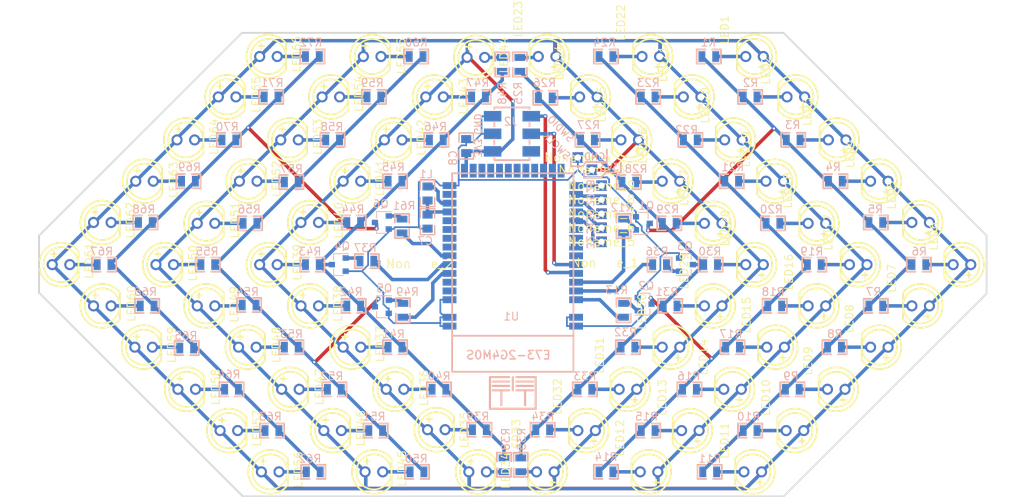
<source format=kicad_pcb>
(kicad_pcb (version 20171130) (host pcbnew "(5.1.12)-1")
  (layers (0 F.Cu signal) (31 B.Cu signal) (34 B.Paste user) (35 F.Paste user) (36 B.SilkS user) (37 F.SilkS user) (38 B.Mask user) (39 F.Mask user) (44 Edge.Cuts user))
  (net 0 "")
  (net 1 GND)
  (net 2 +3V3)
  (net 3 Q5_3)
  (net 4 Q6_3)
  (net 5 R1_1)
  (net 6 Q2_3)
  (net 7 SWCLK)
  (net 8 SWDIO)
  (net 9 AL1)
  (net 10 N$23433)
  (net 11 N$23427)
  (net 12 N$23430)
  (net 13 N$23439)
  (net 14 N$23436)
  (net 15 R37_2)
  (net 16 Q4_3)
  (net 17 R49_2)
  (net 18 R61_2)
  (net 19 R38_2)
  (net 20 R25_1)
  (net 21 R40_2)
  (net 22 R39_2)
  (net 23 R50_2)
  (net 24 R62_2)
  (net 25 R51_2)
  (net 26 R41_2)
  (net 27 R52_2)
  (net 28 R63_2)
  (net 29 R64_2)
  (net 30 R48_2)
  (net 31 R47_2)
  (net 32 R46_2)
  (net 33 R45_2)
  (net 34 R44_2)
  (net 35 R43_2)
  (net 36 R42_2)
  (net 37 R53_2)
  (net 38 R65_2)
  (net 39 R54_2)
  (net 40 R55_2)
  (net 41 R56_2)
  (net 42 R57_2)
  (net 43 R58_2)
  (net 44 R59_2)
  (net 45 R60_2)
  (net 46 R66_2)
  (net 47 R67_2)
  (net 48 R68_2)
  (net 49 R69_2)
  (net 50 R70_2)
  (net 51 R71_2)
  (net 52 R72_2)
  (net 53 Q3_1)
  (net 54 R13_2)
  (net 55 LED26_2)
  (net 56 LED25_2)
  (net 57 LED24_2)
  (net 58 LED23_2)
  (net 59 LED27_2)
  (net 60 LED28_2)
  (net 61 LED29_2)
  (net 62 LED30_2)
  (net 63 LED31_2)
  (net 64 LED32_2)
  (net 65 LED33_2)
  (net 66 R14_2)
  (net 67 LED11_2)
  (net 68 R15_2)
  (net 69 R24_2)
  (net 70 R23_2)
  (net 71 R22_2)
  (net 72 R21_2)
  (net 73 R20_2)
  (net 74 R19_2)
  (net 75 R18_2)
  (net 76 R17_2)
  (net 77 R16_2)
  (net 78 LED10_2)
  (net 79 LED9_2)
  (net 80 LED8_2)
  (net 81 LED7_2)
  (net 82 LED6_2)
  (net 83 LED5_2)
  (net 84 LED4_2)
  (net 85 LED3_2)
  (net 86 LED2_2)
  (net 87 LED1_2)
  (net 88 AR2)
  (net 89 AR3)
  (net 90 AR1)
  (net 91 AL2)
  (net 92 AL3)
  (net 93 Q1_1)
  (net 94 L1_2)
  (net 95 C7_2)
  (module Package_TO_SOT_SMD:SOT-23 (layer B.Cu) (at 134.239 70.485 180)
    (fp_text reference Q5 (at 0.889 2.667) (layer B.SilkS) (effects (font (size 1.143 1.143) (thickness 0.152)) (justify right mirror)))
    (fp_text value MMBT2222 hide)
    (pad 3 smd rect (at 1 0 180) (size 0.9 0.8) (layers B.Cu B.Paste B.Mask) (net 3 Q5_3))
    (pad 2 smd rect (at -1 -0.95 180) (size 0.9 0.8) (layers B.Cu B.Paste B.Mask) (net 1 GND))
    (pad 1 smd rect (at -1 0.95 180) (size 0.9 0.8) (layers B.Cu B.Paste B.Mask) (net 17 R49_2))
  )
  (module Package_TO_SOT_SMD:SOT-23 (layer B.Cu) (at 128.016 64.389 180)
    (fp_text reference Q4 (at 0.762 2.667) (layer B.SilkS) (effects (font (size 1.143 1.143) (thickness 0.152)) (justify right mirror)))
    (fp_text value MMBT2222 hide)
    (pad 3 smd rect (at 1 0 180) (size 0.9 0.8) (layers B.Cu B.Paste B.Mask) (net 16 Q4_3))
    (pad 2 smd rect (at -1 -0.95 180) (size 0.9 0.8) (layers B.Cu B.Paste B.Mask) (net 1 GND))
    (pad 1 smd rect (at -1 0.95 180) (size 0.9 0.8) (layers B.Cu B.Paste B.Mask) (net 15 R37_2))
  )
  (module Package_TO_SOT_SMD:SOT-23 (layer B.Cu) (at 134.239 58.293 180)
    (fp_text reference Q6 (at 1.397 2.667) (layer B.SilkS) (effects (font (size 1.143 1.143) (thickness 0.152)) (justify right mirror)))
    (fp_text value MMBT2222 hide)
    (pad 3 smd rect (at 1 0 180) (size 0.9 0.8) (layers B.Cu B.Paste B.Mask) (net 4 Q6_3))
    (pad 2 smd rect (at -1 -0.95 180) (size 0.9 0.8) (layers B.Cu B.Paste B.Mask) (net 1 GND))
    (pad 1 smd rect (at -1 0.95 180) (size 0.9 0.8) (layers B.Cu B.Paste B.Mask) (net 18 R61_2))
  )
  (module Package_TO_SOT_SMD:SOT-23 (layer B.Cu) (at 172.212 70.104)
    (fp_text reference Q2 (at -1.016 -2.667) (layer B.SilkS) (effects (font (size 1.143 1.143) (thickness 0.152)) (justify right mirror)))
    (fp_text value MMBT2222 hide)
    (pad 3 smd rect (at 1 0) (size 0.9 0.8) (layers B.Cu B.Paste B.Mask) (net 6 Q2_3))
    (pad 2 smd rect (at -1 -0.95) (size 0.9 0.8) (layers B.Cu B.Paste B.Mask) (net 1 GND))
    (pad 1 smd rect (at -1 0.95) (size 0.9 0.8) (layers B.Cu B.Paste B.Mask) (net 54 R13_2))
  )
  (module Package_TO_SOT_SMD:SOT-23 (layer B.Cu) (at 178.181 64.389)
    (fp_text reference Q3 (at -1.397 -2.667) (layer B.SilkS) (effects (font (size 1.143 1.143) (thickness 0.152)) (justify right mirror)))
    (fp_text value MMBT2222 hide)
    (pad 3 smd rect (at 1 0) (size 0.9 0.8) (layers B.Cu B.Paste B.Mask) (net 20 R25_1))
    (pad 2 smd rect (at -1 -0.95) (size 0.9 0.8) (layers B.Cu B.Paste B.Mask) (net 1 GND))
    (pad 1 smd rect (at -1 0.95) (size 0.9 0.8) (layers B.Cu B.Paste B.Mask) (net 53 Q3_1))
  )
  (module Package_TO_SOT_SMD:SOT-23 (layer B.Cu) (at 171.958 58.42)
    (fp_text reference Q1 (at -0.762 -2.54) (layer B.SilkS) (effects (font (size 1.143 1.143) (thickness 0.152)) (justify right mirror)))
    (fp_text value MMBT2222 hide)
    (pad 3 smd rect (at 1 0) (size 0.9 0.8) (layers B.Cu B.Paste B.Mask) (net 5 R1_1))
    (pad 2 smd rect (at -1 -0.95) (size 0.9 0.8) (layers B.Cu B.Paste B.Mask) (net 1 GND))
    (pad 1 smd rect (at -1 0.95) (size 0.9 0.8) (layers B.Cu B.Paste B.Mask) (net 93 Q1_1))
  )
  (module AutoGenerated:Pad_1.52mm (layer F.Cu) (at 165.989 52.959)
    (fp_text reference Noname_9 (at 0 0) (layer F.SilkS) (effects (font (size 1.27 1.27))))
    (fp_text value "" (at 0 0) (layer F.SilkS) (effects (font (size 1.27 1.27))))
    (pad 1 thru_hole rect (at 0 0) (size 1.524 1.524) (drill 0.914) (layers *.Cu *.Paste *.Mask) (net 11 N$23427))
  )
  (module AutoGenerated:Pad_1.52mm (layer F.Cu) (at 165.989 54.991)
    (fp_text reference Noname_8 (at 0 0) (layer F.SilkS) (effects (font (size 1.27 1.27))))
    (fp_text value "" (at 0 0) (layer F.SilkS) (effects (font (size 1.27 1.27))))
    (pad 1 thru_hole rect (at 0 0) (size 1.524 1.524) (drill 0.914) (layers *.Cu *.Paste *.Mask) (net 12 N$23430))
  )
  (module AutoGenerated:Pad_1.52mm (layer F.Cu) (at 165.989 57.023)
    (fp_text reference Noname_7 (at 0 0) (layer F.SilkS) (effects (font (size 1.27 1.27))))
    (fp_text value "" (at 0 0) (layer F.SilkS) (effects (font (size 1.27 1.27))))
    (pad 1 thru_hole rect (at 0 0) (size 1.524 1.524) (drill 0.914) (layers *.Cu *.Paste *.Mask) (net 10 N$23433))
  )
  (module AutoGenerated:Pad_1.52mm (layer F.Cu) (at 165.989 59.055)
    (fp_text reference Noname_6 (at 0 0) (layer F.SilkS) (effects (font (size 1.27 1.27))))
    (fp_text value "" (at 0 0) (layer F.SilkS) (effects (font (size 1.27 1.27))))
    (pad 1 thru_hole rect (at 0 0) (size 1.524 1.524) (drill 0.914) (layers *.Cu *.Paste *.Mask) (net 14 N$23436))
  )
  (module AutoGenerated:Pad_1.52mm (layer F.Cu) (at 165.989 61.087)
    (fp_text reference Noname_5 (at 0 0) (layer F.SilkS) (effects (font (size 1.27 1.27))))
    (fp_text value "" (at 0 0) (layer F.SilkS) (effects (font (size 1.27 1.27))))
    (pad 1 thru_hole rect (at 0 0) (size 1.524 1.524) (drill 0.914) (layers *.Cu *.Paste *.Mask) (net 13 N$23439))
  )
  (module AutoGenerated:Pad_1.52mm (layer F.Cu) (at 162.56 48.895)
    (fp_text reference Noname_4 (at 0 0) (layer F.SilkS) (effects (font (size 1.27 1.27))))
    (fp_text value "" (at 0 0) (layer F.SilkS) (effects (font (size 1.27 1.27))))
    (pad 2 thru_hole rect (at 0 0) (size 1.524 1.524) (drill 0.914) (layers *.Cu *.Paste *.Mask) (net 1 GND))
  )
  (module AutoGenerated:Pad_1.52mm (layer F.Cu) (at 164.592 50.673)
    (fp_text reference Noname_3 (at 0 0) (layer F.SilkS) (effects (font (size 1.27 1.27))))
    (fp_text value "" (at 0 0) (layer F.SilkS) (effects (font (size 1.27 1.27))))
    (pad 3 thru_hole rect (at 0 0) (size 1.524 1.524) (drill 0.914) (layers *.Cu *.Paste *.Mask) (net 2 +3V3))
  )
  (module easyeda:H2X3-SMD-2.54 (layer F.Cu) (at 153.035 45.466 180)
    (fp_text reference J2 (at -0.889 1.778) (layer B.SilkS) (effects (font (size 1.143 1.143) (thickness 0.152)) (justify left mirror)))
    (fp_text value SWD hide)
    (pad 1 smd rect (at 2.794 -2.54 180) (size 2.54 1.524) (layers B.Cu B.Paste B.Mask) (net 2 +3V3))
    (pad 2 smd rect (at 2.794 0 180) (size 2.54 1.524) (layers B.Cu B.Paste B.Mask) (net 1 GND))
    (pad 3 smd rect (at 2.794 2.54 180) (size 2.54 1.524) (layers B.Cu B.Paste B.Mask) (net 1 GND))
    (pad 4 smd rect (at -2.794 2.54) (size 2.54 1.524) (layers B.Cu B.Paste B.Mask) (net 8 SWDIO))
    (pad 5 smd rect (at -2.794 0) (size 2.54 1.524) (layers B.Cu B.Paste B.Mask) (net 7 SWCLK))
    (pad 6 smd rect (at -2.794 -2.54) (size 2.54 1.524) (layers B.Cu B.Paste B.Mask))
  )
  (module easyeda:0805 (layer F.Cu) (at 140.843 55.118 270)
    (fp_text reference L1 (at -3.81 -0.889) (layer B.SilkS) (effects (font (size 1.143 1.143) (thickness 0.152)) (justify left mirror)))
    (fp_text value 10uH hide)
    (pad 1 smd rect (at 0 0 270) (size 1.16 1.47) (layers B.Cu B.Paste B.Mask) (net 95 C7_2))
    (pad 2 smd rect (at -2.032 0 270) (size 1.16 1.47) (layers B.Cu B.Paste B.Mask) (net 94 L1_2))
  )
  (module easyeda:0805 (layer F.Cu) (at 140.843 59.182 270)
    (fp_text reference C7 (at 1.778 -0.889) (layer B.SilkS) (effects (font (size 1.143 1.143) (thickness 0.152)) (justify left mirror)))
    (fp_text value 1u hide)
    (pad 1 smd rect (at 0 0 270) (size 1.16 1.47) (layers B.Cu B.Paste B.Mask) (net 1 GND))
    (pad 2 smd rect (at -2.032 0 270) (size 1.16 1.47) (layers B.Cu B.Paste B.Mask) (net 95 C7_2))
  )
  (module easyeda:0805 (layer F.Cu) (at 146.431 46.228 90)
    (fp_text reference C8 (at -1.524 -1.905 90) (layer B.SilkS) (effects (font (size 1.143 1.143) (thickness 0.152)) (justify left mirror)))
    (fp_text value 10u hide)
    (pad 1 smd rect (at 0 0 90) (size 1.16 1.47) (layers B.Cu B.Paste B.Mask) (net 1 GND))
    (pad 2 smd rect (at -2.032 0 90) (size 1.16 1.47) (layers B.Cu B.Paste B.Mask) (net 2 +3V3))
  )
  (module easyeda:E73-2G4M04S (layer F.Cu) (at 144.399 74.676 180)
    (fp_text reference U1 (at -9.779 2.794 180) (layer B.SilkS) (effects (font (size 1.143 1.143) (thickness 0.152)) (justify left mirror)))
    (fp_text value E73-2G4M0S (at -14.351 -2.794 180) (layer B.SilkS) (effects (font (size 1.219 1.219) (thickness 0.203)) (justify left mirror)))
    (pad 14 smd rect (at 0.381 20.447 180) (size 2 1) (layers B.Cu B.Paste B.Mask))
    (pad 13 smd rect (at 0.381 19.177 180) (size 2 1) (layers B.Cu B.Paste B.Mask) (net 94 L1_2))
    (pad 12 smd rect (at 0.381 17.907 180) (size 2 1) (layers B.Cu B.Paste B.Mask) (net 95 C7_2))
    (pad 11 smd rect (at 0.381 16.637 180) (size 2 1) (layers B.Cu B.Paste B.Mask))
    (pad 10 smd rect (at 0.381 15.367 180) (size 2 1) (layers B.Cu B.Paste B.Mask))
    (pad 9 smd rect (at 0.381 14.097 180) (size 2 1) (layers B.Cu B.Paste B.Mask))
    (pad 8 smd rect (at 0.381 12.827 180) (size 2 1) (layers B.Cu B.Paste B.Mask))
    (pad 7 smd rect (at 0.381 11.557 180) (size 2 1) (layers B.Cu B.Paste B.Mask) (net 89 AR3))
    (pad 6 smd rect (at 0.381 10.287 180) (size 2 1) (layers B.Cu B.Paste B.Mask) (net 90 AR1))
    (pad 5 smd rect (at 0.381 9.017 180) (size 2 1) (layers B.Cu B.Paste B.Mask) (net 88 AR2))
    (pad 4 smd rect (at 0.381 7.747 180) (size 2 1) (layers B.Cu B.Paste B.Mask))
    (pad 3 smd rect (at 0.381 6.477 180) (size 2 1) (layers B.Cu B.Paste B.Mask))
    (pad 2 smd rect (at 0.381 5.207 180) (size 2 1) (layers B.Cu B.Paste B.Mask) (net 1 GND))
    (pad 15 smd rect (at 0.381 21.717 180) (size 2 1) (layers B.Cu B.Paste B.Mask) (net 1 GND))
    (pad 1 smd rect (at 0.381 2.667 180) (size 2 1) (layers B.Cu B.Paste B.Mask) (net 1 GND))
    (pad 0 smd rect (at 0.381 1.397 180) (size 2 1) (layers B.Cu B.Paste B.Mask) (net 1 GND))
    (pad 29 smd rect (at -17.907 20.447 180) (size 2 1) (layers B.Cu B.Paste B.Mask) (net 12 N$23430))
    (pad 30 smd rect (at -17.907 19.177 180) (size 2 1) (layers B.Cu B.Paste B.Mask) (net 10 N$23433))
    (pad 31 smd rect (at -17.907 17.907 180) (size 2 1) (layers B.Cu B.Paste B.Mask) (net 14 N$23436))
    (pad 32 smd rect (at -17.907 16.637 180) (size 2 1) (layers B.Cu B.Paste B.Mask) (net 13 N$23439))
    (pad 33 smd rect (at -17.907 15.367 180) (size 2 1) (layers B.Cu B.Paste B.Mask))
    (pad 34 smd rect (at -17.907 14.097 180) (size 2 1) (layers B.Cu B.Paste B.Mask))
    (pad 35 smd rect (at -17.907 12.827 180) (size 2 1) (layers B.Cu B.Paste B.Mask))
    (pad 36 smd rect (at -17.907 11.557 180) (size 2 1) (layers B.Cu B.Paste B.Mask))
    (pad 37 smd rect (at -17.907 10.287 180) (size 2 1) (layers B.Cu B.Paste B.Mask) (net 7 SWCLK))
    (pad 38 smd rect (at -17.907 9.017 180) (size 2 1) (layers B.Cu B.Paste B.Mask) (net 8 SWDIO))
    (pad 39 smd rect (at -17.907 7.747 180) (size 2 1) (layers B.Cu B.Paste B.Mask) (net 9 AL1))
    (pad 40 smd rect (at -17.907 6.477 180) (size 2 1) (layers B.Cu B.Paste B.Mask) (net 92 AL3))
    (pad 41 smd rect (at -17.907 5.207 180) (size 2 1) (layers B.Cu B.Paste B.Mask) (net 91 AL2))
    (pad 28 smd rect (at -17.907 21.717 180) (size 2 1) (layers B.Cu B.Paste B.Mask) (net 11 N$23427))
    (pad 42 smd rect (at -17.907 2.667 180) (size 2 1) (layers B.Cu B.Paste B.Mask) (net 1 GND))
    (pad 43 smd rect (at -17.907 1.397 180) (size 2 1) (layers B.Cu B.Paste B.Mask) (net 1 GND))
    (pad 16 smd rect (at -1.778 23.874 90) (size 2 1) (layers B.Cu B.Paste B.Mask) (net 2 +3V3))
    (pad 17 smd rect (at -3.035 23.874 90) (size 2 1) (layers B.Cu B.Paste B.Mask))
    (pad 18 smd rect (at -4.305 23.874 90) (size 2 1) (layers B.Cu B.Paste B.Mask))
    (pad 19 smd rect (at -5.575 23.874 90) (size 2 1) (layers B.Cu B.Paste B.Mask))
    (pad 20 smd rect (at -6.845 23.874 90) (size 2 1) (layers B.Cu B.Paste B.Mask))
    (pad 21 smd rect (at -8.115 23.874 90) (size 2 1) (layers B.Cu B.Paste B.Mask))
    (pad 22 smd rect (at -9.385 23.874 90) (size 2 1) (layers B.Cu B.Paste B.Mask))
    (pad 23 smd rect (at -10.655 23.874 90) (size 2 1) (layers B.Cu B.Paste B.Mask))
    (pad 24 smd rect (at -11.925 23.874 90) (size 2 1) (layers B.Cu B.Paste B.Mask))
    (pad 25 smd rect (at -13.195 23.874 90) (size 2 1) (layers B.Cu B.Paste B.Mask))
    (pad 26 smd rect (at -14.465 23.874 90) (size 2 1) (layers B.Cu B.Paste B.Mask))
    (pad 27 smd rect (at -15.735 23.874 90) (size 2 1) (layers B.Cu B.Paste B.Mask))
  )
  (module easyeda:R0805 (layer F.Cu) (at 157.48 88.265 180)
    (fp_text reference R34 (at -1.778 1.905) (layer B.SilkS) (effects (font (size 1.143 1.143) (thickness 0.152)) (justify left mirror)))
    (fp_text value 33 hide)
    (pad 2 smd rect (at -1 0 180) (size 1 1.55) (layers B.Cu B.Paste B.Mask) (net 64 LED32_2))
    (pad 1 smd rect (at 1 0 180) (size 1 1.55) (layers B.Cu B.Paste B.Mask) (net 20 R25_1))
  )
  (module easyeda:R0805 (layer F.Cu) (at 163.576 82.423 180)
    (fp_text reference R33 (at -1.778 1.905) (layer B.SilkS) (effects (font (size 1.143 1.143) (thickness 0.152)) (justify left mirror)))
    (fp_text value 33 hide)
    (pad 2 smd rect (at -1 0 180) (size 1 1.55) (layers B.Cu B.Paste B.Mask) (net 63 LED31_2))
    (pad 1 smd rect (at 1 0 180) (size 1 1.55) (layers B.Cu B.Paste B.Mask) (net 20 R25_1))
  )
  (module easyeda:R0805 (layer F.Cu) (at 169.799 76.327 180)
    (fp_text reference R32 (at -1.397 2.159) (layer B.SilkS) (effects (font (size 1.143 1.143) (thickness 0.152)) (justify left mirror)))
    (fp_text value 33 hide)
    (pad 2 smd rect (at -1 0 180) (size 1 1.55) (layers B.Cu B.Paste B.Mask) (net 62 LED30_2))
    (pad 1 smd rect (at 1 0 180) (size 1 1.55) (layers B.Cu B.Paste B.Mask) (net 20 R25_1))
  )
  (module easyeda:R0805 (layer F.Cu) (at 175.895 70.358 180)
    (fp_text reference R31 (at -1.27 2.032) (layer B.SilkS) (effects (font (size 1.143 1.143) (thickness 0.152)) (justify left mirror)))
    (fp_text value 33 hide)
    (pad 2 smd rect (at -1 0 180) (size 1 1.55) (layers B.Cu B.Paste B.Mask) (net 61 LED29_2))
    (pad 1 smd rect (at 1 0 180) (size 1 1.55) (layers B.Cu B.Paste B.Mask) (net 20 R25_1))
  )
  (module easyeda:R0805 (layer F.Cu) (at 181.737 64.389 180)
    (fp_text reference R30 (at -1.651 1.905) (layer B.SilkS) (effects (font (size 1.143 1.143) (thickness 0.152)) (justify left mirror)))
    (fp_text value 33 hide)
    (pad 2 smd rect (at -1 0 180) (size 1 1.55) (layers B.Cu B.Paste B.Mask) (net 60 LED28_2))
    (pad 1 smd rect (at 1 0 180) (size 1 1.55) (layers B.Cu B.Paste B.Mask) (net 20 R25_1))
  )
  (module easyeda:R0805 (layer F.Cu) (at 175.768 58.42 180)
    (fp_text reference R29 (at -1.524 2.032) (layer B.SilkS) (effects (font (size 1.143 1.143) (thickness 0.152)) (justify left mirror)))
    (fp_text value 33 hide)
    (pad 2 smd rect (at -1 0 180) (size 1 1.55) (layers B.Cu B.Paste B.Mask) (net 59 LED27_2))
    (pad 1 smd rect (at 1 0 180) (size 1 1.55) (layers B.Cu B.Paste B.Mask) (net 20 R25_1))
  )
  (module easyeda:R0805 (layer F.Cu) (at 169.926 52.451 180)
    (fp_text reference R28 (at -2.794 1.905) (layer B.SilkS) (effects (font (size 1.143 1.143) (thickness 0.152)) (justify left mirror)))
    (fp_text value 33 hide)
    (pad 2 smd rect (at -1 0 180) (size 1 1.55) (layers B.Cu B.Paste B.Mask) (net 55 LED26_2))
    (pad 1 smd rect (at 1 0 180) (size 1 1.55) (layers B.Cu B.Paste B.Mask) (net 20 R25_1))
  )
  (module easyeda:R0805 (layer F.Cu) (at 174.371 64.389 180)
    (fp_text reference R36 (at -1.397 1.905) (layer B.SilkS) (effects (font (size 1.143 1.143) (thickness 0.152)) (justify left mirror)))
    (fp_text value 1K hide)
    (pad 2 smd rect (at -1 0 180) (size 1 1.55) (layers B.Cu B.Paste B.Mask) (net 53 Q3_1))
    (pad 1 smd rect (at 1 0 180) (size 1 1.55) (layers B.Cu B.Paste B.Mask) (net 92 AL3))
  )
  (module easyeda:R0805 (layer F.Cu) (at 154.305 93.345 90)
    (fp_text reference R35 (at 5.461 0.127 90) (layer B.SilkS) (effects (font (size 1.143 1.143) (thickness 0.152)) (justify left mirror)))
    (fp_text value 33 hide)
    (pad 2 smd rect (at -1 0 90) (size 1 1.55) (layers B.Cu B.Paste B.Mask) (net 65 LED33_2))
    (pad 1 smd rect (at 1 0 90) (size 1 1.55) (layers B.Cu B.Paste B.Mask) (net 20 R25_1))
  )
  (module easyeda:R0805 (layer F.Cu) (at 163.957 46.355 180)
    (fp_text reference R27 (at -1.905 2.159) (layer B.SilkS) (effects (font (size 1.143 1.143) (thickness 0.152)) (justify left mirror)))
    (fp_text value 33 hide)
    (pad 2 smd rect (at -1 0 180) (size 1 1.55) (layers B.Cu B.Paste B.Mask) (net 56 LED25_2))
    (pad 1 smd rect (at 1 0 180) (size 1 1.55) (layers B.Cu B.Paste B.Mask) (net 20 R25_1))
  )
  (module easyeda:R0805 (layer F.Cu) (at 157.861 40.259 180)
    (fp_text reference R26 (at -1.651 2.159) (layer B.SilkS) (effects (font (size 1.143 1.143) (thickness 0.152)) (justify left mirror)))
    (fp_text value 33 hide)
    (pad 2 smd rect (at -1 0 180) (size 1 1.55) (layers B.Cu B.Paste B.Mask) (net 57 LED24_2))
    (pad 1 smd rect (at 1 0 180) (size 1 1.55) (layers B.Cu B.Paste B.Mask) (net 20 R25_1))
  )
  (module easyeda:R0805 (layer F.Cu) (at 154.178 35.433 270)
    (fp_text reference R25 (at 2.413 0.254 270) (layer B.SilkS) (effects (font (size 1.143 1.143) (thickness 0.152)) (justify left mirror)))
    (fp_text value 33 hide)
    (pad 2 smd rect (at -1 0 270) (size 1 1.55) (layers B.Cu B.Paste B.Mask) (net 58 LED23_2))
    (pad 1 smd rect (at 1 0 270) (size 1 1.55) (layers B.Cu B.Paste B.Mask) (net 20 R25_1))
  )
  (module easyeda:R0805 (layer F.Cu) (at 151.638 35.433 270)
    (fp_text reference R48 (at 2.413 0 270) (layer B.SilkS) (effects (font (size 1.143 1.143) (thickness 0.152)) (justify left mirror)))
    (fp_text value 33 hide)
    (pad 2 smd rect (at -1 0 270) (size 1 1.55) (layers B.Cu B.Paste B.Mask) (net 30 R48_2))
    (pad 1 smd rect (at 1 0 270) (size 1 1.55) (layers B.Cu B.Paste B.Mask) (net 16 Q4_3))
  )
  (module easyeda:R0805 (layer F.Cu) (at 132.08 63.881)
    (fp_text reference R37 (at 1.524 -1.905) (layer B.SilkS) (effects (font (size 1.143 1.143) (thickness 0.152)) (justify left mirror)))
    (fp_text value 1K hide)
    (pad 2 smd rect (at -1 0) (size 1 1.55) (layers B.Cu B.Paste B.Mask) (net 15 R37_2))
    (pad 1 smd rect (at 1 0) (size 1 1.55) (layers B.Cu B.Paste B.Mask) (net 90 AR1))
  )
  (module easyeda:R0805 (layer F.Cu) (at 151.892 93.345 90)
    (fp_text reference R38 (at 5.461 0.254 90) (layer B.SilkS) (effects (font (size 1.143 1.143) (thickness 0.152)) (justify left mirror)))
    (fp_text value 33 hide)
    (pad 2 smd rect (at -1 0 90) (size 1 1.55) (layers B.Cu B.Paste B.Mask) (net 19 R38_2))
    (pad 1 smd rect (at 1 0 90) (size 1 1.55) (layers B.Cu B.Paste B.Mask) (net 16 Q4_3))
  )
  (module easyeda:R0805 (layer F.Cu) (at 148.336 88.265)
    (fp_text reference R39 (at 1.524 -1.905) (layer B.SilkS) (effects (font (size 1.143 1.143) (thickness 0.152)) (justify left mirror)))
    (fp_text value 33 hide)
    (pad 2 smd rect (at -1 0) (size 1 1.55) (layers B.Cu B.Paste B.Mask) (net 22 R39_2))
    (pad 1 smd rect (at 1 0) (size 1 1.55) (layers B.Cu B.Paste B.Mask) (net 16 Q4_3))
  )
  (module easyeda:R0805 (layer F.Cu) (at 142.494 82.423)
    (fp_text reference R40 (at 1.778 -1.905) (layer B.SilkS) (effects (font (size 1.143 1.143) (thickness 0.152)) (justify left mirror)))
    (fp_text value 33 hide)
    (pad 2 smd rect (at -1 0) (size 1 1.55) (layers B.Cu B.Paste B.Mask) (net 21 R40_2))
    (pad 1 smd rect (at 1 0) (size 1 1.55) (layers B.Cu B.Paste B.Mask) (net 16 Q4_3))
  )
  (module easyeda:R0805 (layer F.Cu) (at 136.144 76.327)
    (fp_text reference R41 (at 1.524 -1.905) (layer B.SilkS) (effects (font (size 1.143 1.143) (thickness 0.152)) (justify left mirror)))
    (fp_text value 33 hide)
    (pad 2 smd rect (at -1 0) (size 1 1.55) (layers B.Cu B.Paste B.Mask) (net 26 R41_2))
    (pad 1 smd rect (at 1 0) (size 1 1.55) (layers B.Cu B.Paste B.Mask) (net 16 Q4_3))
  )
  (module easyeda:R0805 (layer F.Cu) (at 130.175 70.358)
    (fp_text reference R42 (at 1.397 -2.032) (layer B.SilkS) (effects (font (size 1.143 1.143) (thickness 0.152)) (justify left mirror)))
    (fp_text value 33 hide)
    (pad 2 smd rect (at -1 0) (size 1 1.55) (layers B.Cu B.Paste B.Mask) (net 36 R42_2))
    (pad 1 smd rect (at 1 0) (size 1 1.55) (layers B.Cu B.Paste B.Mask) (net 16 Q4_3))
  )
  (module easyeda:R0805 (layer F.Cu) (at 124.206 64.389)
    (fp_text reference R43 (at 1.397 -1.905) (layer B.SilkS) (effects (font (size 1.143 1.143) (thickness 0.152)) (justify left mirror)))
    (fp_text value 33 hide)
    (pad 2 smd rect (at -1 0) (size 1 1.55) (layers B.Cu B.Paste B.Mask) (net 35 R43_2))
    (pad 1 smd rect (at 1 0) (size 1 1.55) (layers B.Cu B.Paste B.Mask) (net 16 Q4_3))
  )
  (module easyeda:R0805 (layer F.Cu) (at 130.175 58.293)
    (fp_text reference R44 (at 1.651 -1.905) (layer B.SilkS) (effects (font (size 1.143 1.143) (thickness 0.152)) (justify left mirror)))
    (fp_text value 33 hide)
    (pad 2 smd rect (at -1 0) (size 1 1.55) (layers B.Cu B.Paste B.Mask) (net 34 R44_2))
    (pad 1 smd rect (at 1 0) (size 1 1.55) (layers B.Cu B.Paste B.Mask) (net 16 Q4_3))
  )
  (module easyeda:R0805 (layer F.Cu) (at 136.144 52.324)
    (fp_text reference R45 (at 1.524 -2.032) (layer B.SilkS) (effects (font (size 1.143 1.143) (thickness 0.152)) (justify left mirror)))
    (fp_text value 33 hide)
    (pad 2 smd rect (at -1 0) (size 1 1.55) (layers B.Cu B.Paste B.Mask) (net 33 R45_2))
    (pad 1 smd rect (at 1 0) (size 1 1.55) (layers B.Cu B.Paste B.Mask) (net 16 Q4_3))
  )
  (module easyeda:R0805 (layer F.Cu) (at 142.113 46.355)
    (fp_text reference R46 (at 1.651 -1.905) (layer B.SilkS) (effects (font (size 1.143 1.143) (thickness 0.152)) (justify left mirror)))
    (fp_text value 33 hide)
    (pad 2 smd rect (at -1 0) (size 1 1.55) (layers B.Cu B.Paste B.Mask) (net 32 R46_2))
    (pad 1 smd rect (at 1 0) (size 1 1.55) (layers B.Cu B.Paste B.Mask) (net 16 Q4_3))
  )
  (module easyeda:R0805 (layer F.Cu) (at 148.209 40.132)
    (fp_text reference R47 (at 1.651 -2.032) (layer B.SilkS) (effects (font (size 1.143 1.143) (thickness 0.152)) (justify left mirror)))
    (fp_text value 33 hide)
    (pad 2 smd rect (at -1 0) (size 1 1.55) (layers B.Cu B.Paste B.Mask) (net 31 R47_2))
    (pad 1 smd rect (at 1 0) (size 1 1.55) (layers B.Cu B.Paste B.Mask) (net 16 Q4_3))
  )
  (module easyeda:R0805 (layer F.Cu) (at 137.287 70.993 270)
    (fp_text reference R49 (at -2.667 -2.413) (layer B.SilkS) (effects (font (size 1.143 1.143) (thickness 0.152)) (justify left mirror)))
    (fp_text value 1K hide)
    (pad 2 smd rect (at -1 0 270) (size 1 1.55) (layers B.Cu B.Paste B.Mask) (net 17 R49_2))
    (pad 1 smd rect (at 1 0 270) (size 1 1.55) (layers B.Cu B.Paste B.Mask) (net 88 AR2))
  )
  (module easyeda:R0805 (layer F.Cu) (at 139.319 94.361)
    (fp_text reference R50 (at 1.651 -1.905) (layer B.SilkS) (effects (font (size 1.143 1.143) (thickness 0.152)) (justify left mirror)))
    (fp_text value 33 hide)
    (pad 2 smd rect (at -1 0) (size 1 1.55) (layers B.Cu B.Paste B.Mask) (net 23 R50_2))
    (pad 1 smd rect (at 1 0) (size 1 1.55) (layers B.Cu B.Paste B.Mask) (net 3 Q5_3))
  )
  (module easyeda:R0805 (layer F.Cu) (at 133.35 88.392)
    (fp_text reference R51 (at 1.524 -2.032) (layer B.SilkS) (effects (font (size 1.143 1.143) (thickness 0.152)) (justify left mirror)))
    (fp_text value 33 hide)
    (pad 2 smd rect (at -1 0) (size 1 1.55) (layers B.Cu B.Paste B.Mask) (net 25 R51_2))
    (pad 1 smd rect (at 1 0) (size 1 1.55) (layers B.Cu B.Paste B.Mask) (net 3 Q5_3))
  )
  (module easyeda:R0805 (layer F.Cu) (at 127.381 82.423)
    (fp_text reference R52 (at 1.397 -1.905) (layer B.SilkS) (effects (font (size 1.143 1.143) (thickness 0.152)) (justify left mirror)))
    (fp_text value 33 hide)
    (pad 2 smd rect (at -1 0) (size 1 1.55) (layers B.Cu B.Paste B.Mask) (net 27 R52_2))
    (pad 1 smd rect (at 1 0) (size 1 1.55) (layers B.Cu B.Paste B.Mask) (net 3 Q5_3))
  )
  (module easyeda:R0805 (layer F.Cu) (at 121.158 76.327)
    (fp_text reference R53 (at 1.778 -1.905) (layer B.SilkS) (effects (font (size 1.143 1.143) (thickness 0.152)) (justify left mirror)))
    (fp_text value 33 hide)
    (pad 2 smd rect (at -1 0) (size 1 1.55) (layers B.Cu B.Paste B.Mask) (net 37 R53_2))
    (pad 1 smd rect (at 1 0) (size 1 1.55) (layers B.Cu B.Paste B.Mask) (net 3 Q5_3))
  )
  (module easyeda:R0805 (layer F.Cu) (at 115.062 70.231)
    (fp_text reference R54 (at 1.524 -1.905) (layer B.SilkS) (effects (font (size 1.143 1.143) (thickness 0.152)) (justify left mirror)))
    (fp_text value 33 hide)
    (pad 2 smd rect (at -1 0) (size 1 1.55) (layers B.Cu B.Paste B.Mask) (net 39 R54_2))
    (pad 1 smd rect (at 1 0) (size 1 1.55) (layers B.Cu B.Paste B.Mask) (net 3 Q5_3))
  )
  (module easyeda:R0805 (layer F.Cu) (at 109.093 64.389)
    (fp_text reference R55 (at 1.651 -1.905) (layer B.SilkS) (effects (font (size 1.143 1.143) (thickness 0.152)) (justify left mirror)))
    (fp_text value 33 hide)
    (pad 2 smd rect (at -1 0) (size 1 1.55) (layers B.Cu B.Paste B.Mask) (net 40 R55_2))
    (pad 1 smd rect (at 1 0) (size 1 1.55) (layers B.Cu B.Paste B.Mask) (net 3 Q5_3))
  )
  (module easyeda:R0805 (layer F.Cu) (at 115.189 58.42)
    (fp_text reference R56 (at 1.651 -2.032) (layer B.SilkS) (effects (font (size 1.143 1.143) (thickness 0.152)) (justify left mirror)))
    (fp_text value 33 hide)
    (pad 2 smd rect (at -1 0) (size 1 1.55) (layers B.Cu B.Paste B.Mask) (net 41 R56_2))
    (pad 1 smd rect (at 1 0) (size 1 1.55) (layers B.Cu B.Paste B.Mask) (net 3 Q5_3))
  )
  (module easyeda:R0805 (layer F.Cu) (at 121.158 52.451)
    (fp_text reference R57 (at 1.778 -1.905) (layer B.SilkS) (effects (font (size 1.143 1.143) (thickness 0.152)) (justify left mirror)))
    (fp_text value 33 hide)
    (pad 2 smd rect (at -1 0) (size 1 1.55) (layers B.Cu B.Paste B.Mask) (net 42 R57_2))
    (pad 1 smd rect (at 1 0) (size 1 1.55) (layers B.Cu B.Paste B.Mask) (net 3 Q5_3))
  )
  (module easyeda:R0805 (layer F.Cu) (at 127.127 46.355)
    (fp_text reference R58 (at 1.651 -1.905) (layer B.SilkS) (effects (font (size 1.143 1.143) (thickness 0.152)) (justify left mirror)))
    (fp_text value 33 hide)
    (pad 2 smd rect (at -1 0) (size 1 1.55) (layers B.Cu B.Paste B.Mask) (net 43 R58_2))
    (pad 1 smd rect (at 1 0) (size 1 1.55) (layers B.Cu B.Paste B.Mask) (net 3 Q5_3))
  )
  (module easyeda:R0805 (layer F.Cu) (at 133.096 40.132)
    (fp_text reference R59 (at 1.524 -2.032) (layer B.SilkS) (effects (font (size 1.143 1.143) (thickness 0.152)) (justify left mirror)))
    (fp_text value 33 hide)
    (pad 2 smd rect (at -1 0) (size 1 1.55) (layers B.Cu B.Paste B.Mask) (net 44 R59_2))
    (pad 1 smd rect (at 1 0) (size 1 1.55) (layers B.Cu B.Paste B.Mask) (net 3 Q5_3))
  )
  (module easyeda:R0805 (layer F.Cu) (at 139.192 34.29)
    (fp_text reference R60 (at 1.778 -2.032) (layer B.SilkS) (effects (font (size 1.143 1.143) (thickness 0.152)) (justify left mirror)))
    (fp_text value 33 hide)
    (pad 2 smd rect (at -1 0) (size 1 1.55) (layers B.Cu B.Paste B.Mask) (net 45 R60_2))
    (pad 1 smd rect (at 1 0) (size 1 1.55) (layers B.Cu B.Paste B.Mask) (net 3 Q5_3))
  )
  (module easyeda:R0805 (layer F.Cu) (at 137.16 58.801 270)
    (fp_text reference R61 (at -2.921 -2.032) (layer B.SilkS) (effects (font (size 1.143 1.143) (thickness 0.152)) (justify left mirror)))
    (fp_text value 1K hide)
    (pad 2 smd rect (at -1 0 270) (size 1 1.55) (layers B.Cu B.Paste B.Mask) (net 18 R61_2))
    (pad 1 smd rect (at 1 0 270) (size 1 1.55) (layers B.Cu B.Paste B.Mask) (net 89 AR3))
  )
  (module easyeda:R0805 (layer F.Cu) (at 124.333 94.361)
    (fp_text reference R62 (at 1.27 -1.905) (layer B.SilkS) (effects (font (size 1.143 1.143) (thickness 0.152)) (justify left mirror)))
    (fp_text value 33 hide)
    (pad 2 smd rect (at -1 0) (size 1 1.55) (layers B.Cu B.Paste B.Mask) (net 24 R62_2))
    (pad 1 smd rect (at 1 0) (size 1 1.55) (layers B.Cu B.Paste B.Mask) (net 4 Q6_3))
  )
  (module easyeda:R0805 (layer F.Cu) (at 118.364 88.392)
    (fp_text reference R63 (at 1.524 -2.032) (layer B.SilkS) (effects (font (size 1.143 1.143) (thickness 0.152)) (justify left mirror)))
    (fp_text value 33 hide)
    (pad 2 smd rect (at -1 0) (size 1 1.55) (layers B.Cu B.Paste B.Mask) (net 28 R63_2))
    (pad 1 smd rect (at 1 0) (size 1 1.55) (layers B.Cu B.Paste B.Mask) (net 4 Q6_3))
  )
  (module easyeda:R0805 (layer F.Cu) (at 112.522 82.423)
    (fp_text reference R64 (at 1.397 -2.159) (layer B.SilkS) (effects (font (size 1.143 1.143) (thickness 0.152)) (justify left mirror)))
    (fp_text value 33 hide)
    (pad 2 smd rect (at -1 0) (size 1 1.55) (layers B.Cu B.Paste B.Mask) (net 29 R64_2))
    (pad 1 smd rect (at 1 0) (size 1 1.55) (layers B.Cu B.Paste B.Mask) (net 4 Q6_3))
  )
  (module easyeda:R0805 (layer F.Cu) (at 106.045 76.454)
    (fp_text reference R65 (at 1.651 -1.778) (layer B.SilkS) (effects (font (size 1.143 1.143) (thickness 0.152)) (justify left mirror)))
    (fp_text value 33 hide)
    (pad 2 smd rect (at -1 0) (size 1 1.55) (layers B.Cu B.Paste B.Mask) (net 38 R65_2))
    (pad 1 smd rect (at 1 0) (size 1 1.55) (layers B.Cu B.Paste B.Mask) (net 4 Q6_3))
  )
  (module easyeda:R0805 (layer F.Cu) (at 100.33 70.358)
    (fp_text reference R66 (at 1.524 -2.032) (layer B.SilkS) (effects (font (size 1.143 1.143) (thickness 0.152)) (justify left mirror)))
    (fp_text value 33 hide)
    (pad 2 smd rect (at -1 0) (size 1 1.55) (layers B.Cu B.Paste B.Mask) (net 46 R66_2))
    (pad 1 smd rect (at 1 0) (size 1 1.55) (layers B.Cu B.Paste B.Mask) (net 4 Q6_3))
  )
  (module easyeda:R0805 (layer F.Cu) (at 94.107 64.389)
    (fp_text reference R67 (at 1.397 -1.905) (layer B.SilkS) (effects (font (size 1.143 1.143) (thickness 0.152)) (justify left mirror)))
    (fp_text value 33 hide)
    (pad 2 smd rect (at -1 0) (size 1 1.55) (layers B.Cu B.Paste B.Mask) (net 47 R67_2))
    (pad 1 smd rect (at 1 0) (size 1 1.55) (layers B.Cu B.Paste B.Mask) (net 4 Q6_3))
  )
  (module easyeda:R0805 (layer F.Cu) (at 100.076 58.293)
    (fp_text reference R68 (at 1.524 -1.905) (layer B.SilkS) (effects (font (size 1.143 1.143) (thickness 0.152)) (justify left mirror)))
    (fp_text value 33 hide)
    (pad 2 smd rect (at -1 0) (size 1 1.55) (layers B.Cu B.Paste B.Mask) (net 48 R68_2))
    (pad 1 smd rect (at 1 0) (size 1 1.55) (layers B.Cu B.Paste B.Mask) (net 4 Q6_3))
  )
  (module easyeda:R0805 (layer F.Cu) (at 106.299 52.324)
    (fp_text reference R69 (at 1.905 -2.032) (layer B.SilkS) (effects (font (size 1.143 1.143) (thickness 0.152)) (justify left mirror)))
    (fp_text value 33 hide)
    (pad 2 smd rect (at -1 0) (size 1 1.55) (layers B.Cu B.Paste B.Mask) (net 49 R69_2))
    (pad 1 smd rect (at 1 0) (size 1 1.55) (layers B.Cu B.Paste B.Mask) (net 4 Q6_3))
  )
  (module easyeda:R0805 (layer F.Cu) (at 112.141 46.355)
    (fp_text reference R70 (at 1.524 -1.905) (layer B.SilkS) (effects (font (size 1.143 1.143) (thickness 0.152)) (justify left mirror)))
    (fp_text value 33 hide)
    (pad 2 smd rect (at -1 0) (size 1 1.55) (layers B.Cu B.Paste B.Mask) (net 50 R70_2))
    (pad 1 smd rect (at 1 0) (size 1 1.55) (layers B.Cu B.Paste B.Mask) (net 4 Q6_3))
  )
  (module easyeda:R0805 (layer F.Cu) (at 118.237 40.132)
    (fp_text reference R71 (at 1.905 -2.032) (layer B.SilkS) (effects (font (size 1.143 1.143) (thickness 0.152)) (justify left mirror)))
    (fp_text value 33 hide)
    (pad 2 smd rect (at -1 0) (size 1 1.55) (layers B.Cu B.Paste B.Mask) (net 51 R71_2))
    (pad 1 smd rect (at 1 0) (size 1 1.55) (layers B.Cu B.Paste B.Mask) (net 4 Q6_3))
  )
  (module easyeda:R0805 (layer F.Cu) (at 124.206 34.29)
    (fp_text reference R72 (at 1.524 -2.032) (layer B.SilkS) (effects (font (size 1.143 1.143) (thickness 0.152)) (justify left mirror)))
    (fp_text value 33 hide)
    (pad 2 smd rect (at -1 0) (size 1 1.55) (layers B.Cu B.Paste B.Mask) (net 52 R72_2))
    (pad 1 smd rect (at 1 0) (size 1 1.55) (layers B.Cu B.Paste B.Mask) (net 4 Q6_3))
  )
  (module easyeda:R0805 (layer F.Cu) (at 187.452 40.132 180)
    (fp_text reference R2 (at -1.27 2.032) (layer B.SilkS) (effects (font (size 1.143 1.143) (thickness 0.152)) (justify left mirror)))
    (fp_text value 33 hide)
    (pad 2 smd rect (at -1 0 180) (size 1 1.55) (layers B.Cu B.Paste B.Mask) (net 86 LED2_2))
    (pad 1 smd rect (at 1 0 180) (size 1 1.55) (layers B.Cu B.Paste B.Mask) (net 5 R1_1))
  )
  (module easyeda:R0805 (layer F.Cu) (at 169.164 58.801 270)
    (fp_text reference R12 (at -2.667 -1.524) (layer B.SilkS) (effects (font (size 1.143 1.143) (thickness 0.152)) (justify left mirror)))
    (fp_text value 1K hide)
    (pad 2 smd rect (at -1 0 270) (size 1 1.55) (layers B.Cu B.Paste B.Mask) (net 93 Q1_1))
    (pad 1 smd rect (at 1 0 270) (size 1 1.55) (layers B.Cu B.Paste B.Mask) (net 9 AL1))
  )
  (module easyeda:R0805 (layer F.Cu) (at 181.61 94.361 180)
    (fp_text reference R11 (at -1.778 1.905) (layer B.SilkS) (effects (font (size 1.143 1.143) (thickness 0.152)) (justify left mirror)))
    (fp_text value 33 hide)
    (pad 2 smd rect (at -1 0 180) (size 1 1.55) (layers B.Cu B.Paste B.Mask) (net 67 LED11_2))
    (pad 1 smd rect (at 1 0 180) (size 1 1.55) (layers B.Cu B.Paste B.Mask) (net 5 R1_1))
  )
  (module easyeda:R0805 (layer F.Cu) (at 187.452 88.392 180)
    (fp_text reference R10 (at -1.524 2.032) (layer B.SilkS) (effects (font (size 1.143 1.143) (thickness 0.152)) (justify left mirror)))
    (fp_text value 33 hide)
    (pad 2 smd rect (at -1 0 180) (size 1 1.55) (layers B.Cu B.Paste B.Mask) (net 78 LED10_2))
    (pad 1 smd rect (at 1 0 180) (size 1 1.55) (layers B.Cu B.Paste B.Mask) (net 5 R1_1))
  )
  (module easyeda:R0805 (layer F.Cu) (at 193.548 82.423 180)
    (fp_text reference R9 (at -1.016 1.905) (layer B.SilkS) (effects (font (size 1.143 1.143) (thickness 0.152)) (justify left mirror)))
    (fp_text value 33 hide)
    (pad 2 smd rect (at -1 0 180) (size 1 1.55) (layers B.Cu B.Paste B.Mask) (net 79 LED9_2))
    (pad 1 smd rect (at 1 0 180) (size 1 1.55) (layers B.Cu B.Paste B.Mask) (net 5 R1_1))
  )
  (module easyeda:R0805 (layer F.Cu) (at 199.644 76.327 180)
    (fp_text reference R8 (at -1.27 1.905) (layer B.SilkS) (effects (font (size 1.143 1.143) (thickness 0.152)) (justify left mirror)))
    (fp_text value 33 hide)
    (pad 2 smd rect (at -1 0 180) (size 1 1.55) (layers B.Cu B.Paste B.Mask) (net 80 LED8_2))
    (pad 1 smd rect (at 1 0 180) (size 1 1.55) (layers B.Cu B.Paste B.Mask) (net 5 R1_1))
  )
  (module easyeda:R0805 (layer F.Cu) (at 205.613 70.358 180)
    (fp_text reference R7 (at -0.889 2.032) (layer B.SilkS) (effects (font (size 1.143 1.143) (thickness 0.152)) (justify left mirror)))
    (fp_text value 33 hide)
    (pad 2 smd rect (at -1 0 180) (size 1 1.55) (layers B.Cu B.Paste B.Mask) (net 81 LED7_2))
    (pad 1 smd rect (at 1 0 180) (size 1 1.55) (layers B.Cu B.Paste B.Mask) (net 5 R1_1))
  )
  (module easyeda:R0805 (layer F.Cu) (at 211.836 64.389 180)
    (fp_text reference R6 (at -1.27 1.905) (layer B.SilkS) (effects (font (size 1.143 1.143) (thickness 0.152)) (justify left mirror)))
    (fp_text value 33 hide)
    (pad 2 smd rect (at -1 0 180) (size 1 1.55) (layers B.Cu B.Paste B.Mask) (net 82 LED6_2))
    (pad 1 smd rect (at 1 0 180) (size 1 1.55) (layers B.Cu B.Paste B.Mask) (net 5 R1_1))
  )
  (module easyeda:R0805 (layer F.Cu) (at 205.613 58.293 180)
    (fp_text reference R5 (at -1.143 1.905) (layer B.SilkS) (effects (font (size 1.143 1.143) (thickness 0.152)) (justify left mirror)))
    (fp_text value 33 hide)
    (pad 2 smd rect (at -1 0 180) (size 1 1.55) (layers B.Cu B.Paste B.Mask) (net 83 LED5_2))
    (pad 1 smd rect (at 1 0 180) (size 1 1.55) (layers B.Cu B.Paste B.Mask) (net 5 R1_1))
  )
  (module easyeda:R0805 (layer F.Cu) (at 199.771 52.324 180)
    (fp_text reference R4 (at -0.889 2.032) (layer B.SilkS) (effects (font (size 1.143 1.143) (thickness 0.152)) (justify left mirror)))
    (fp_text value 33 hide)
    (pad 2 smd rect (at -1 0 180) (size 1 1.55) (layers B.Cu B.Paste B.Mask) (net 84 LED4_2))
    (pad 1 smd rect (at 1 0 180) (size 1 1.55) (layers B.Cu B.Paste B.Mask) (net 5 R1_1))
  )
  (module easyeda:R0805 (layer F.Cu) (at 181.483 34.29 180)
    (fp_text reference R1 (at -1.143 2.032) (layer B.SilkS) (effects (font (size 1.143 1.143) (thickness 0.152)) (justify left mirror)))
    (fp_text value 33 hide)
    (pad 2 smd rect (at -1 0 180) (size 1 1.55) (layers B.Cu B.Paste B.Mask) (net 87 LED1_2))
    (pad 1 smd rect (at 1 0 180) (size 1 1.55) (layers B.Cu B.Paste B.Mask) (net 5 R1_1))
  )
  (module easyeda:R0805 (layer F.Cu) (at 193.675 46.355 180)
    (fp_text reference R3 (at -1.143 2.159) (layer B.SilkS) (effects (font (size 1.143 1.143) (thickness 0.152)) (justify left mirror)))
    (fp_text value 33 hide)
    (pad 2 smd rect (at -1 0 180) (size 1 1.55) (layers B.Cu B.Paste B.Mask) (net 85 LED3_2))
    (pad 1 smd rect (at 1 0 180) (size 1 1.55) (layers B.Cu B.Paste B.Mask) (net 5 R1_1))
  )
  (module easyeda:R0805 (layer F.Cu) (at 169.164 70.993 270)
    (fp_text reference R13 (at -2.921 -0.762 180) (layer B.SilkS) (effects (font (size 1.143 1.143) (thickness 0.152)) (justify left mirror)))
    (fp_text value 1K hide)
    (pad 2 smd rect (at -1 0 270) (size 1 1.55) (layers B.Cu B.Paste B.Mask) (net 54 R13_2))
    (pad 1 smd rect (at 1 0 270) (size 1 1.55) (layers B.Cu B.Paste B.Mask) (net 91 AL2))
  )
  (module easyeda:R0805 (layer F.Cu) (at 166.624 94.361 180)
    (fp_text reference R14 (at -1.778 2.159) (layer B.SilkS) (effects (font (size 1.143 1.143) (thickness 0.152)) (justify left mirror)))
    (fp_text value 33 hide)
    (pad 2 smd rect (at -1 0 180) (size 1 1.55) (layers B.Cu B.Paste B.Mask) (net 66 R14_2))
    (pad 1 smd rect (at 1 0 180) (size 1 1.55) (layers B.Cu B.Paste B.Mask) (net 6 Q2_3))
  )
  (module easyeda:R0805 (layer F.Cu) (at 172.72 88.392 180)
    (fp_text reference R15 (at -1.524 2.032) (layer B.SilkS) (effects (font (size 1.143 1.143) (thickness 0.152)) (justify left mirror)))
    (fp_text value 33 hide)
    (pad 2 smd rect (at -1 0 180) (size 1 1.55) (layers B.Cu B.Paste B.Mask) (net 68 R15_2))
    (pad 1 smd rect (at 1 0 180) (size 1 1.55) (layers B.Cu B.Paste B.Mask) (net 6 Q2_3))
  )
  (module easyeda:R0805 (layer F.Cu) (at 178.689 82.423 180)
    (fp_text reference R16 (at -1.651 1.905) (layer B.SilkS) (effects (font (size 1.143 1.143) (thickness 0.152)) (justify left mirror)))
    (fp_text value 33 hide)
    (pad 2 smd rect (at -1 0 180) (size 1 1.55) (layers B.Cu B.Paste B.Mask) (net 77 R16_2))
    (pad 1 smd rect (at 1 0 180) (size 1 1.55) (layers B.Cu B.Paste B.Mask) (net 6 Q2_3))
  )
  (module easyeda:R0805 (layer F.Cu) (at 184.912 76.327 180)
    (fp_text reference R17 (at -1.524 1.905) (layer B.SilkS) (effects (font (size 1.143 1.143) (thickness 0.152)) (justify left mirror)))
    (fp_text value 33 hide)
    (pad 2 smd rect (at -1 0 180) (size 1 1.55) (layers B.Cu B.Paste B.Mask) (net 76 R17_2))
    (pad 1 smd rect (at 1 0 180) (size 1 1.55) (layers B.Cu B.Paste B.Mask) (net 6 Q2_3))
  )
  (module easyeda:R0805 (layer F.Cu) (at 191.008 70.358 180)
    (fp_text reference R18 (at -1.524 2.032) (layer B.SilkS) (effects (font (size 1.143 1.143) (thickness 0.152)) (justify left mirror)))
    (fp_text value 33 hide)
    (pad 2 smd rect (at -1 0 180) (size 1 1.55) (layers B.Cu B.Paste B.Mask) (net 75 R18_2))
    (pad 1 smd rect (at 1 0 180) (size 1 1.55) (layers B.Cu B.Paste B.Mask) (net 6 Q2_3))
  )
  (module easyeda:R0805 (layer F.Cu) (at 196.723 64.389 180)
    (fp_text reference R19 (at -1.397 1.905) (layer B.SilkS) (effects (font (size 1.143 1.143) (thickness 0.152)) (justify left mirror)))
    (fp_text value 33 hide)
    (pad 2 smd rect (at -1 0 180) (size 1 1.55) (layers B.Cu B.Paste B.Mask) (net 74 R19_2))
    (pad 1 smd rect (at 1 0 180) (size 1 1.55) (layers B.Cu B.Paste B.Mask) (net 6 Q2_3))
  )
  (module easyeda:R0805 (layer F.Cu) (at 190.754 58.42 180)
    (fp_text reference R20 (at -1.524 2.032) (layer B.SilkS) (effects (font (size 1.143 1.143) (thickness 0.152)) (justify left mirror)))
    (fp_text value 33 hide)
    (pad 2 smd rect (at -1 0 180) (size 1 1.55) (layers B.Cu B.Paste B.Mask) (net 73 R20_2))
    (pad 1 smd rect (at 1 0 180) (size 1 1.55) (layers B.Cu B.Paste B.Mask) (net 6 Q2_3))
  )
  (module easyeda:R0805 (layer F.Cu) (at 184.785 52.324 180)
    (fp_text reference R21 (at -1.905 2.032) (layer B.SilkS) (effects (font (size 1.143 1.143) (thickness 0.152)) (justify left mirror)))
    (fp_text value 33 hide)
    (pad 2 smd rect (at -1 0 180) (size 1 1.55) (layers B.Cu B.Paste B.Mask) (net 72 R21_2))
    (pad 1 smd rect (at 1 0 180) (size 1 1.55) (layers B.Cu B.Paste B.Mask) (net 6 Q2_3))
  )
  (module easyeda:R0805 (layer F.Cu) (at 178.816 46.355 180)
    (fp_text reference R22 (at -1.217 1.45) (layer B.SilkS) (effects (font (size 1.143 1.143) (thickness 0.152)) (justify left mirror)))
    (fp_text value 33 hide)
    (pad 2 smd rect (at -1 0 180) (size 1 1.55) (layers B.Cu B.Paste B.Mask) (net 71 R22_2))
    (pad 1 smd rect (at 1 0 180) (size 1 1.55) (layers B.Cu B.Paste B.Mask) (net 6 Q2_3))
  )
  (module easyeda:R0805 (layer F.Cu) (at 172.72 40.132 180)
    (fp_text reference R23 (at -1.778 2.032) (layer B.SilkS) (effects (font (size 1.143 1.143) (thickness 0.152)) (justify left mirror)))
    (fp_text value 33 hide)
    (pad 2 smd rect (at -1 0 180) (size 1 1.55) (layers B.Cu B.Paste B.Mask) (net 70 R23_2))
    (pad 1 smd rect (at 1 0 180) (size 1 1.55) (layers B.Cu B.Paste B.Mask) (net 6 Q2_3))
  )
  (module easyeda:R0805 (layer F.Cu) (at 166.624 34.29 180)
    (fp_text reference R24 (at -1.524 2.032) (layer B.SilkS) (effects (font (size 1.143 1.143) (thickness 0.152)) (justify left mirror)))
    (fp_text value 33 hide)
    (pad 2 smd rect (at -1 0 180) (size 1 1.55) (layers B.Cu B.Paste B.Mask) (net 69 R24_2))
    (pad 1 smd rect (at 1 0 180) (size 1 1.55) (layers B.Cu B.Paste B.Mask) (net 6 Q2_3))
  )
  (module easyeda:LED-TH_BD5.0-P2.54-FD (layer F.Cu) (at 176.022 76.327 180)
    (fp_text reference LED30 (at 4.191 2.413 -90) (layer F.SilkS) (effects (font (size 1.143 1.143) (thickness 0.152)) (justify left)))
    (fp_text value HL-503S45FC hide)
    (pad 1 thru_hole circle (at -1.27 0 180) (size 1.6 1.6) (drill 1) (layers *.Cu *.Paste *.Mask) (net 2 +3V3))
    (pad 2 thru_hole circle (at 1.27 0 180) (size 1.6 1.6) (drill 1) (layers *.Cu *.Paste *.Mask) (net 62 LED30_2))
  )
  (module easyeda:LED-TH_BD5.0-P2.54-FD (layer F.Cu) (at 158.115 34.29 180)
    (fp_text reference LED23 (at 4.191 2.667 -90) (layer F.SilkS) (effects (font (size 1.143 1.143) (thickness 0.152)) (justify left)))
    (fp_text value HL-503S45FC hide)
    (pad 1 thru_hole circle (at -1.27 0 180) (size 1.6 1.6) (drill 1) (layers *.Cu *.Paste *.Mask) (net 2 +3V3))
    (pad 2 thru_hole circle (at 1.27 0 180) (size 1.6 1.6) (drill 1) (layers *.Cu *.Paste *.Mask) (net 58 LED23_2))
  )
  (module easyeda:LED-TH_BD5.0-P2.54-FD (layer F.Cu) (at 164.084 40.132 180)
    (fp_text reference LED24 (at 4.191 2.286 -90) (layer F.SilkS) (effects (font (size 1.143 1.143) (thickness 0.152)) (justify left)))
    (fp_text value HL-503S45FC hide)
    (pad 1 thru_hole circle (at -1.27 0 180) (size 1.6 1.6) (drill 1) (layers *.Cu *.Paste *.Mask) (net 2 +3V3))
    (pad 2 thru_hole circle (at 1.27 0 180) (size 1.6 1.6) (drill 1) (layers *.Cu *.Paste *.Mask) (net 57 LED24_2))
  )
  (module easyeda:LED-TH_BD5.0-P2.54-FD (layer F.Cu) (at 170.053 46.355 180)
    (fp_text reference LED25 (at 4.064 2.413 -90) (layer F.SilkS) (effects (font (size 1.143 1.143) (thickness 0.152)) (justify left)))
    (fp_text value HL-503S45FC hide)
    (pad 1 thru_hole circle (at -1.27 0 180) (size 1.6 1.6) (drill 1) (layers *.Cu *.Paste *.Mask) (net 2 +3V3))
    (pad 2 thru_hole circle (at 1.27 0 180) (size 1.6 1.6) (drill 1) (layers *.Cu *.Paste *.Mask) (net 56 LED25_2))
  )
  (module easyeda:LED-TH_BD5.0-P2.54-FD (layer F.Cu) (at 176.022 52.324 180)
    (fp_text reference LED26 (at 4.064 2.413 -90) (layer F.SilkS) (effects (font (size 1.143 1.143) (thickness 0.152)) (justify left)))
    (fp_text value HL-503S45FC hide)
    (pad 1 thru_hole circle (at -1.27 0 180) (size 1.6 1.6) (drill 1) (layers *.Cu *.Paste *.Mask) (net 2 +3V3))
    (pad 2 thru_hole circle (at 1.27 0 180) (size 1.6 1.6) (drill 1) (layers *.Cu *.Paste *.Mask) (net 55 LED26_2))
  )
  (module easyeda:LED-TH_BD5.0-P2.54-FD (layer F.Cu) (at 182.118 58.42 180)
    (fp_text reference LED27 (at 4.191 2.413 -90) (layer F.SilkS) (effects (font (size 1.143 1.143) (thickness 0.152)) (justify left)))
    (fp_text value HL-503S45FC hide)
    (pad 1 thru_hole circle (at -1.27 0 180) (size 1.6 1.6) (drill 1) (layers *.Cu *.Paste *.Mask) (net 2 +3V3))
    (pad 2 thru_hole circle (at 1.27 0 180) (size 1.6 1.6) (drill 1) (layers *.Cu *.Paste *.Mask) (net 59 LED27_2))
  )
  (module easyeda:LED-TH_BD5.0-P2.54-FD (layer F.Cu) (at 188.087 64.389 180)
    (fp_text reference LED28 (at 4.191 2.54 -90) (layer F.SilkS) (effects (font (size 1.143 1.143) (thickness 0.152)) (justify left)))
    (fp_text value HL-503S45FC hide)
    (pad 1 thru_hole circle (at -1.27 0 180) (size 1.6 1.6) (drill 1) (layers *.Cu *.Paste *.Mask) (net 2 +3V3))
    (pad 2 thru_hole circle (at 1.27 0 180) (size 1.6 1.6) (drill 1) (layers *.Cu *.Paste *.Mask) (net 60 LED28_2))
  )
  (module easyeda:LED-TH_BD5.0-P2.54-FD (layer F.Cu) (at 182.118 70.358 180)
    (fp_text reference LED29 (at 4.191 2.286 -90) (layer F.SilkS) (effects (font (size 1.143 1.143) (thickness 0.152)) (justify left)))
    (fp_text value HL-503S45FC hide)
    (pad 1 thru_hole circle (at -1.27 0 180) (size 1.6 1.6) (drill 1) (layers *.Cu *.Paste *.Mask) (net 2 +3V3))
    (pad 2 thru_hole circle (at 1.27 0 180) (size 1.6 1.6) (drill 1) (layers *.Cu *.Paste *.Mask) (net 61 LED29_2))
  )
  (module easyeda:LED-TH_BD5.0-P2.54-FD (layer F.Cu) (at 169.799 82.423 180)
    (fp_text reference LED31 (at 4.064 2.159 -90) (layer F.SilkS) (effects (font (size 1.143 1.143) (thickness 0.152)) (justify left)))
    (fp_text value HL-503S45FC hide)
    (pad 1 thru_hole circle (at -1.27 0 180) (size 1.6 1.6) (drill 1) (layers *.Cu *.Paste *.Mask) (net 2 +3V3))
    (pad 2 thru_hole circle (at 1.27 0 180) (size 1.6 1.6) (drill 1) (layers *.Cu *.Paste *.Mask) (net 63 LED31_2))
  )
  (module easyeda:LED-TH_BD5.0-P2.54-FD (layer F.Cu) (at 163.83 88.392 180)
    (fp_text reference LED32 (at 4.191 2.159 -90) (layer F.SilkS) (effects (font (size 1.143 1.143) (thickness 0.152)) (justify left)))
    (fp_text value HL-503S45FC hide)
    (pad 1 thru_hole circle (at -1.27 0 180) (size 1.6 1.6) (drill 1) (layers *.Cu *.Paste *.Mask) (net 2 +3V3))
    (pad 2 thru_hole circle (at 1.27 0 180) (size 1.6 1.6) (drill 1) (layers *.Cu *.Paste *.Mask) (net 64 LED32_2))
  )
  (module easyeda:LED-TH_BD5.0-P2.54-FD (layer F.Cu) (at 157.861 94.361 180)
    (fp_text reference LED33 (at 4.191 2.286 -90) (layer F.SilkS) (effects (font (size 1.143 1.143) (thickness 0.152)) (justify left)))
    (fp_text value HL-503S45FC hide)
    (pad 1 thru_hole circle (at -1.27 0 180) (size 1.6 1.6) (drill 1) (layers *.Cu *.Paste *.Mask) (net 2 +3V3))
    (pad 2 thru_hole circle (at 1.27 0 180) (size 1.6 1.6) (drill 1) (layers *.Cu *.Paste *.Mask) (net 65 LED33_2))
  )
  (module easyeda:LED-TH_BD5.0-P2.54-FD (layer F.Cu) (at 148.082 94.361)
    (fp_text reference LED34 (at 4.064 2.54 90) (layer F.SilkS) (effects (font (size 1.143 1.143) (thickness 0.152)) (justify left)))
    (fp_text value HL-503S45FC hide)
    (pad 1 thru_hole circle (at -1.27 0) (size 1.6 1.6) (drill 1) (layers *.Cu *.Paste *.Mask) (net 2 +3V3))
    (pad 2 thru_hole circle (at 1.27 0) (size 1.6 1.6) (drill 1) (layers *.Cu *.Paste *.Mask) (net 19 R38_2))
  )
  (module easyeda:LED-TH_BD5.0-P2.54-FD (layer F.Cu) (at 142.113 88.265)
    (fp_text reference LED35 (at 4.064 2.794 90) (layer F.SilkS) (effects (font (size 1.143 1.143) (thickness 0.152)) (justify left)))
    (fp_text value HL-503S45FC hide)
    (pad 1 thru_hole circle (at -1.27 0) (size 1.6 1.6) (drill 1) (layers *.Cu *.Paste *.Mask) (net 2 +3V3))
    (pad 2 thru_hole circle (at 1.27 0) (size 1.6 1.6) (drill 1) (layers *.Cu *.Paste *.Mask) (net 22 R39_2))
  )
  (module easyeda:LED-TH_BD5.0-P2.54-FD (layer F.Cu) (at 136.144 82.423)
    (fp_text reference LED36 (at 4.191 2.54 90) (layer F.SilkS) (effects (font (size 1.143 1.143) (thickness 0.152)) (justify left)))
    (fp_text value HL-503S45FC hide)
    (pad 1 thru_hole circle (at -1.27 0) (size 1.6 1.6) (drill 1) (layers *.Cu *.Paste *.Mask) (net 2 +3V3))
    (pad 2 thru_hole circle (at 1.27 0) (size 1.6 1.6) (drill 1) (layers *.Cu *.Paste *.Mask) (net 21 R40_2))
  )
  (module easyeda:LED-TH_BD5.0-P2.54-FD (layer F.Cu) (at 129.921 76.327)
    (fp_text reference LED37 (at 4.064 2.286 90) (layer F.SilkS) (effects (font (size 1.143 1.143) (thickness 0.152)) (justify left)))
    (fp_text value HL-503S45FC hide)
    (pad 1 thru_hole circle (at -1.27 0) (size 1.6 1.6) (drill 1) (layers *.Cu *.Paste *.Mask) (net 2 +3V3))
    (pad 2 thru_hole circle (at 1.27 0) (size 1.6 1.6) (drill 1) (layers *.Cu *.Paste *.Mask) (net 26 R41_2))
  )
  (module easyeda:LED-TH_BD5.0-P2.54-FD (layer F.Cu) (at 123.825 70.358)
    (fp_text reference LED38 (at 4.064 2.413 90) (layer F.SilkS) (effects (font (size 1.143 1.143) (thickness 0.152)) (justify left)))
    (fp_text value HL-503S45FC hide)
    (pad 1 thru_hole circle (at -1.27 0) (size 1.6 1.6) (drill 1) (layers *.Cu *.Paste *.Mask) (net 2 +3V3))
    (pad 2 thru_hole circle (at 1.27 0) (size 1.6 1.6) (drill 1) (layers *.Cu *.Paste *.Mask) (net 36 R42_2))
  )
  (module easyeda:LED-TH_BD5.0-P2.54-FD (layer F.Cu) (at 117.856 64.389)
    (fp_text reference LED39 (at 4.191 2.413 90) (layer F.SilkS) (effects (font (size 1.143 1.143) (thickness 0.152)) (justify left)))
    (fp_text value HL-503S45FC hide)
    (pad 1 thru_hole circle (at -1.27 0) (size 1.6 1.6) (drill 1) (layers *.Cu *.Paste *.Mask) (net 2 +3V3))
    (pad 2 thru_hole circle (at 1.27 0) (size 1.6 1.6) (drill 1) (layers *.Cu *.Paste *.Mask) (net 35 R43_2))
  )
  (module easyeda:LED-TH_BD5.0-P2.54-FD (layer F.Cu) (at 123.825 58.293)
    (fp_text reference LED40 (at 4.191 2.413 90) (layer F.SilkS) (effects (font (size 1.143 1.143) (thickness 0.152)) (justify left)))
    (fp_text value HL-503S45FC hide)
    (pad 1 thru_hole circle (at -1.27 0) (size 1.6 1.6) (drill 1) (layers *.Cu *.Paste *.Mask) (net 2 +3V3))
    (pad 2 thru_hole circle (at 1.27 0) (size 1.6 1.6) (drill 1) (layers *.Cu *.Paste *.Mask) (net 34 R44_2))
  )
  (module easyeda:LED-TH_BD5.0-P2.54-FD (layer F.Cu) (at 129.921 52.324)
    (fp_text reference LED41 (at 4.064 2.286 90) (layer F.SilkS) (effects (font (size 1.143 1.143) (thickness 0.152)) (justify left)))
    (fp_text value HL-503S45FC hide)
    (pad 1 thru_hole circle (at -1.27 0) (size 1.6 1.6) (drill 1) (layers *.Cu *.Paste *.Mask) (net 2 +3V3))
    (pad 2 thru_hole circle (at 1.27 0) (size 1.6 1.6) (drill 1) (layers *.Cu *.Paste *.Mask) (net 33 R45_2))
  )
  (module easyeda:LED-TH_BD5.0-P2.54-FD (layer F.Cu) (at 135.89 46.355)
    (fp_text reference LED42 (at 4.064 2.413 90) (layer F.SilkS) (effects (font (size 1.143 1.143) (thickness 0.152)) (justify left)))
    (fp_text value HL-503S45FC hide)
    (pad 1 thru_hole circle (at -1.27 0) (size 1.6 1.6) (drill 1) (layers *.Cu *.Paste *.Mask) (net 2 +3V3))
    (pad 2 thru_hole circle (at 1.27 0) (size 1.6 1.6) (drill 1) (layers *.Cu *.Paste *.Mask) (net 32 R46_2))
  )
  (module easyeda:LED-TH_BD5.0-P2.54-FD (layer F.Cu) (at 141.859 40.132)
    (fp_text reference LED43 (at 4.191 2.667 90) (layer F.SilkS) (effects (font (size 1.143 1.143) (thickness 0.152)) (justify left)))
    (fp_text value HL-503S45FC hide)
    (pad 1 thru_hole circle (at -1.27 0) (size 1.6 1.6) (drill 1) (layers *.Cu *.Paste *.Mask) (net 2 +3V3))
    (pad 2 thru_hole circle (at 1.27 0) (size 1.6 1.6) (drill 1) (layers *.Cu *.Paste *.Mask) (net 31 R47_2))
  )
  (module easyeda:LED-TH_BD5.0-P2.54-FD (layer F.Cu) (at 147.828 34.417)
    (fp_text reference LED44 (at 4.064 2.413 90) (layer F.SilkS) (effects (font (size 1.143 1.143) (thickness 0.152)) (justify left)))
    (fp_text value HL-503S45FC hide)
    (pad 1 thru_hole circle (at -1.27 0) (size 1.6 1.6) (drill 1) (layers *.Cu *.Paste *.Mask) (net 2 +3V3))
    (pad 2 thru_hole circle (at 1.27 0) (size 1.6 1.6) (drill 1) (layers *.Cu *.Paste *.Mask) (net 30 R48_2))
  )
  (module easyeda:LED-TH_BD5.0-P2.54-FD (layer F.Cu) (at 133.096 94.361)
    (fp_text reference LED45 (at 4.064 2.286 90) (layer F.SilkS) (effects (font (size 1.143 1.143) (thickness 0.152)) (justify left)))
    (fp_text value HL-503S45FC hide)
    (pad 1 thru_hole circle (at -1.27 0) (size 1.6 1.6) (drill 1) (layers *.Cu *.Paste *.Mask) (net 2 +3V3))
    (pad 2 thru_hole circle (at 1.27 0) (size 1.6 1.6) (drill 1) (layers *.Cu *.Paste *.Mask) (net 23 R50_2))
  )
  (module easyeda:LED-TH_BD5.0-P2.54-FD (layer F.Cu) (at 127.127 88.392)
    (fp_text reference LED46 (at 4.064 2.413 90) (layer F.SilkS) (effects (font (size 1.143 1.143) (thickness 0.152)) (justify left)))
    (fp_text value HL-503S45FC hide)
    (pad 1 thru_hole circle (at -1.27 0) (size 1.6 1.6) (drill 1) (layers *.Cu *.Paste *.Mask) (net 2 +3V3))
    (pad 2 thru_hole circle (at 1.27 0) (size 1.6 1.6) (drill 1) (layers *.Cu *.Paste *.Mask) (net 25 R51_2))
  )
  (module easyeda:LED-TH_BD5.0-P2.54-FD (layer F.Cu) (at 121.031 82.423)
    (fp_text reference LED47 (at 4.191 2.413 90) (layer F.SilkS) (effects (font (size 1.143 1.143) (thickness 0.152)) (justify left)))
    (fp_text value HL-503S45FC hide)
    (pad 1 thru_hole circle (at -1.27 0) (size 1.6 1.6) (drill 1) (layers *.Cu *.Paste *.Mask) (net 2 +3V3))
    (pad 2 thru_hole circle (at 1.27 0) (size 1.6 1.6) (drill 1) (layers *.Cu *.Paste *.Mask) (net 27 R52_2))
  )
  (module easyeda:LED-TH_BD5.0-P2.54-FD (layer F.Cu) (at 114.808 76.327)
    (fp_text reference LED48 (at 4.191 2.413 90) (layer F.SilkS) (effects (font (size 1.143 1.143) (thickness 0.152)) (justify left)))
    (fp_text value HL-503S45FC hide)
    (pad 1 thru_hole circle (at -1.27 0) (size 1.6 1.6) (drill 1) (layers *.Cu *.Paste *.Mask) (net 2 +3V3))
    (pad 2 thru_hole circle (at 1.27 0) (size 1.6 1.6) (drill 1) (layers *.Cu *.Paste *.Mask) (net 37 R53_2))
  )
  (module easyeda:LED-TH_BD5.0-P2.54-FD (layer F.Cu) (at 108.839 70.358)
    (fp_text reference LED49 (at 4.064 2.54 90) (layer F.SilkS) (effects (font (size 1.143 1.143) (thickness 0.152)) (justify left)))
    (fp_text value HL-503S45FC hide)
    (pad 1 thru_hole circle (at -1.27 0) (size 1.6 1.6) (drill 1) (layers *.Cu *.Paste *.Mask) (net 2 +3V3))
    (pad 2 thru_hole circle (at 1.27 0) (size 1.6 1.6) (drill 1) (layers *.Cu *.Paste *.Mask) (net 39 R54_2))
  )
  (module easyeda:LED-TH_BD5.0-P2.54-FD (layer F.Cu) (at 102.87 64.389)
    (fp_text reference LED50 (at 4.064 2.54 90) (layer F.SilkS) (effects (font (size 1.143 1.143) (thickness 0.152)) (justify left)))
    (fp_text value HL-503S45FC hide)
    (pad 1 thru_hole circle (at -1.27 0) (size 1.6 1.6) (drill 1) (layers *.Cu *.Paste *.Mask) (net 2 +3V3))
    (pad 2 thru_hole circle (at 1.27 0) (size 1.6 1.6) (drill 1) (layers *.Cu *.Paste *.Mask) (net 40 R55_2))
  )
  (module easyeda:LED-TH_BD5.0-P2.54-FD (layer F.Cu) (at 108.839 58.42)
    (fp_text reference LED51 (at 4.191 2.286 90) (layer F.SilkS) (effects (font (size 1.143 1.143) (thickness 0.152)) (justify left)))
    (fp_text value HL-503S45FC hide)
    (pad 1 thru_hole circle (at -1.27 0) (size 1.6 1.6) (drill 1) (layers *.Cu *.Paste *.Mask) (net 2 +3V3))
    (pad 2 thru_hole circle (at 1.27 0) (size 1.6 1.6) (drill 1) (layers *.Cu *.Paste *.Mask) (net 41 R56_2))
  )
  (module easyeda:LED-TH_BD5.0-P2.54-FD (layer F.Cu) (at 114.935 52.324)
    (fp_text reference LED52 (at 4.064 2.413 90) (layer F.SilkS) (effects (font (size 1.143 1.143) (thickness 0.152)) (justify left)))
    (fp_text value HL-503S45FC hide)
    (pad 1 thru_hole circle (at -1.27 0) (size 1.6 1.6) (drill 1) (layers *.Cu *.Paste *.Mask) (net 2 +3V3))
    (pad 2 thru_hole circle (at 1.27 0) (size 1.6 1.6) (drill 1) (layers *.Cu *.Paste *.Mask) (net 42 R57_2))
  )
  (module easyeda:LED-TH_BD5.0-P2.54-FD (layer F.Cu) (at 120.904 46.355)
    (fp_text reference LED53 (at 4.064 2.286 90) (layer F.SilkS) (effects (font (size 1.143 1.143) (thickness 0.152)) (justify left)))
    (fp_text value HL-503S45FC hide)
    (pad 1 thru_hole circle (at -1.27 0) (size 1.6 1.6) (drill 1) (layers *.Cu *.Paste *.Mask) (net 2 +3V3))
    (pad 2 thru_hole circle (at 1.27 0) (size 1.6 1.6) (drill 1) (layers *.Cu *.Paste *.Mask) (net 43 R58_2))
  )
  (module easyeda:LED-TH_BD5.0-P2.54-FD (layer F.Cu) (at 126.873 40.132)
    (fp_text reference LED54 (at 4.064 2.286 90) (layer F.SilkS) (effects (font (size 1.143 1.143) (thickness 0.152)) (justify left)))
    (fp_text value HL-503S45FC hide)
    (pad 1 thru_hole circle (at -1.27 0) (size 1.6 1.6) (drill 1) (layers *.Cu *.Paste *.Mask) (net 2 +3V3))
    (pad 2 thru_hole circle (at 1.27 0) (size 1.6 1.6) (drill 1) (layers *.Cu *.Paste *.Mask) (net 44 R59_2))
  )
  (module easyeda:LED-TH_BD5.0-P2.54-FD (layer F.Cu) (at 132.842 34.29)
    (fp_text reference LED55 (at 4.191 2.667 90) (layer F.SilkS) (effects (font (size 1.143 1.143) (thickness 0.152)) (justify left)))
    (fp_text value HL-503S45FC hide)
    (pad 1 thru_hole circle (at -1.27 0) (size 1.6 1.6) (drill 1) (layers *.Cu *.Paste *.Mask) (net 2 +3V3))
    (pad 2 thru_hole circle (at 1.27 0) (size 1.6 1.6) (drill 1) (layers *.Cu *.Paste *.Mask) (net 45 R60_2))
  )
  (module easyeda:LED-TH_BD5.0-P2.54-FD (layer F.Cu) (at 118.11 94.361)
    (fp_text reference LED56 (at 4.064 2.413 90) (layer F.SilkS) (effects (font (size 1.143 1.143) (thickness 0.152)) (justify left)))
    (fp_text value HL-503S45FC hide)
    (pad 1 thru_hole circle (at -1.27 0) (size 1.6 1.6) (drill 1) (layers *.Cu *.Paste *.Mask) (net 2 +3V3))
    (pad 2 thru_hole circle (at 1.27 0) (size 1.6 1.6) (drill 1) (layers *.Cu *.Paste *.Mask) (net 24 R62_2))
  )
  (module easyeda:LED-TH_BD5.0-P2.54-FD (layer F.Cu) (at 112.141 88.392)
    (fp_text reference LED57 (at 4.064 2.413 90) (layer F.SilkS) (effects (font (size 1.143 1.143) (thickness 0.152)) (justify left)))
    (fp_text value HL-503S45FC hide)
    (pad 1 thru_hole circle (at -1.27 0) (size 1.6 1.6) (drill 1) (layers *.Cu *.Paste *.Mask) (net 2 +3V3))
    (pad 2 thru_hole circle (at 1.27 0) (size 1.6 1.6) (drill 1) (layers *.Cu *.Paste *.Mask) (net 28 R63_2))
  )
  (module easyeda:LED-TH_BD5.0-P2.54-FD (layer F.Cu) (at 106.045 82.423)
    (fp_text reference LED58 (at 4.191 2.413 90) (layer F.SilkS) (effects (font (size 1.143 1.143) (thickness 0.152)) (justify left)))
    (fp_text value HL-503S45FC hide)
    (pad 1 thru_hole circle (at -1.27 0) (size 1.6 1.6) (drill 1) (layers *.Cu *.Paste *.Mask) (net 2 +3V3))
    (pad 2 thru_hole circle (at 1.27 0) (size 1.6 1.6) (drill 1) (layers *.Cu *.Paste *.Mask) (net 29 R64_2))
  )
  (module easyeda:LED-TH_BD5.0-P2.54-FD (layer F.Cu) (at 99.822 76.327)
    (fp_text reference LED59 (at 4.064 2.413 90) (layer F.SilkS) (effects (font (size 1.143 1.143) (thickness 0.152)) (justify left)))
    (fp_text value HL-503S45FC hide)
    (pad 1 thru_hole circle (at -1.27 0) (size 1.6 1.6) (drill 1) (layers *.Cu *.Paste *.Mask) (net 2 +3V3))
    (pad 2 thru_hole circle (at 1.27 0) (size 1.6 1.6) (drill 1) (layers *.Cu *.Paste *.Mask) (net 38 R65_2))
  )
  (module easyeda:LED-TH_BD5.0-P2.54-FD (layer F.Cu) (at 93.853 70.358)
    (fp_text reference LED60 (at 4.191 2.413 90) (layer F.SilkS) (effects (font (size 1.143 1.143) (thickness 0.152)) (justify left)))
    (fp_text value HL-503S45FC hide)
    (pad 1 thru_hole circle (at -1.27 0) (size 1.6 1.6) (drill 1) (layers *.Cu *.Paste *.Mask) (net 2 +3V3))
    (pad 2 thru_hole circle (at 1.27 0) (size 1.6 1.6) (drill 1) (layers *.Cu *.Paste *.Mask) (net 46 R66_2))
  )
  (module easyeda:LED-TH_BD5.0-P2.54-FD (layer F.Cu) (at 87.884 64.389)
    (fp_text reference LED61 (at 4.064 2.159 90) (layer F.SilkS) (effects (font (size 1.143 1.143) (thickness 0.152)) (justify left)))
    (fp_text value HL-503S45FC hide)
    (pad 1 thru_hole circle (at -1.27 0) (size 1.6 1.6) (drill 1) (layers *.Cu *.Paste *.Mask) (net 2 +3V3))
    (pad 2 thru_hole circle (at 1.27 0) (size 1.6 1.6) (drill 1) (layers *.Cu *.Paste *.Mask) (net 47 R67_2))
  )
  (module easyeda:LED-TH_BD5.0-P2.54-FD (layer F.Cu) (at 93.853 58.293)
    (fp_text reference LED62 (at 4.064 2.413 90) (layer F.SilkS) (effects (font (size 1.143 1.143) (thickness 0.152)) (justify left)))
    (fp_text value HL-503S45FC hide)
    (pad 1 thru_hole circle (at -1.27 0) (size 1.6 1.6) (drill 1) (layers *.Cu *.Paste *.Mask) (net 2 +3V3))
    (pad 2 thru_hole circle (at 1.27 0) (size 1.6 1.6) (drill 1) (layers *.Cu *.Paste *.Mask) (net 48 R68_2))
  )
  (module easyeda:LED-TH_BD5.0-P2.54-FD (layer F.Cu) (at 99.949 52.324)
    (fp_text reference LED63 (at 4.191 2.54 90) (layer F.SilkS) (effects (font (size 1.143 1.143) (thickness 0.152)) (justify left)))
    (fp_text value HL-503S45FC hide)
    (pad 1 thru_hole circle (at -1.27 0) (size 1.6 1.6) (drill 1) (layers *.Cu *.Paste *.Mask) (net 2 +3V3))
    (pad 2 thru_hole circle (at 1.27 0) (size 1.6 1.6) (drill 1) (layers *.Cu *.Paste *.Mask) (net 49 R69_2))
  )
  (module easyeda:LED-TH_BD5.0-P2.54-FD (layer F.Cu) (at 105.918 46.355)
    (fp_text reference LED64 (at 4.064 2.286 90) (layer F.SilkS) (effects (font (size 1.143 1.143) (thickness 0.152)) (justify left)))
    (fp_text value HL-503S45FC hide)
    (pad 1 thru_hole circle (at -1.27 0) (size 1.6 1.6) (drill 1) (layers *.Cu *.Paste *.Mask) (net 2 +3V3))
    (pad 2 thru_hole circle (at 1.27 0) (size 1.6 1.6) (drill 1) (layers *.Cu *.Paste *.Mask) (net 50 R70_2))
  )
  (module easyeda:LED-TH_BD5.0-P2.54-FD (layer F.Cu) (at 111.887 40.132)
    (fp_text reference LED65 (at 4.191 2.413 90) (layer F.SilkS) (effects (font (size 1.143 1.143) (thickness 0.152)) (justify left)))
    (fp_text value HL-503S45FC hide)
    (pad 1 thru_hole circle (at -1.27 0) (size 1.6 1.6) (drill 1) (layers *.Cu *.Paste *.Mask) (net 2 +3V3))
    (pad 2 thru_hole circle (at 1.27 0) (size 1.6 1.6) (drill 1) (layers *.Cu *.Paste *.Mask) (net 51 R71_2))
  )
  (module easyeda:LED-TH_BD5.0-P2.54-FD (layer F.Cu) (at 117.856 34.29)
    (fp_text reference LED66 (at 4.064 2.413 90) (layer F.SilkS) (effects (font (size 1.143 1.143) (thickness 0.152)) (justify left)))
    (fp_text value HL-503S45FC hide)
    (pad 1 thru_hole circle (at -1.27 0) (size 1.6 1.6) (drill 1) (layers *.Cu *.Paste *.Mask) (net 2 +3V3))
    (pad 2 thru_hole circle (at 1.27 0) (size 1.6 1.6) (drill 1) (layers *.Cu *.Paste *.Mask) (net 52 R72_2))
  )
  (module easyeda:LED-TH_BD5.0-P2.54-FD (layer F.Cu) (at 212.09 70.358 180)
    (fp_text reference LED7 (at 4.191 1.778 -90) (layer F.SilkS) (effects (font (size 1.143 1.143) (thickness 0.152)) (justify left)))
    (fp_text value HL-503S45FC hide)
    (pad 1 thru_hole circle (at -1.27 0 180) (size 1.6 1.6) (drill 1) (layers *.Cu *.Paste *.Mask) (net 2 +3V3))
    (pad 2 thru_hole circle (at 1.27 0 180) (size 1.6 1.6) (drill 1) (layers *.Cu *.Paste *.Mask) (net 81 LED7_2))
  )
  (module easyeda:LED-TH_BD5.0-P2.54-FD (layer F.Cu) (at 194.056 40.132 180)
    (fp_text reference LED2 (at 4.318 1.651 -90) (layer F.SilkS) (effects (font (size 1.143 1.143) (thickness 0.152)) (justify left)))
    (fp_text value HL-503S45FC hide)
    (pad 1 thru_hole circle (at -1.27 0 180) (size 1.6 1.6) (drill 1) (layers *.Cu *.Paste *.Mask) (net 2 +3V3))
    (pad 2 thru_hole circle (at 1.27 0 180) (size 1.6 1.6) (drill 1) (layers *.Cu *.Paste *.Mask) (net 86 LED2_2))
  )
  (module easyeda:LED-TH_BD5.0-P2.54-FD (layer F.Cu) (at 193.929 88.392 180)
    (fp_text reference LED10 (at 4.191 2.032 -90) (layer F.SilkS) (effects (font (size 1.143 1.143) (thickness 0.152)) (justify left)))
    (fp_text value HL-503S45FC hide)
    (pad 1 thru_hole circle (at -1.27 0 180) (size 1.6 1.6) (drill 1) (layers *.Cu *.Paste *.Mask) (net 2 +3V3))
    (pad 2 thru_hole circle (at 1.27 0 180) (size 1.6 1.6) (drill 1) (layers *.Cu *.Paste *.Mask) (net 78 LED10_2))
  )
  (module easyeda:LED-TH_BD5.0-P2.54-FD (layer F.Cu) (at 199.898 82.423 180)
    (fp_text reference LED9 (at 4.064 1.905 -90) (layer F.SilkS) (effects (font (size 1.143 1.143) (thickness 0.152)) (justify left)))
    (fp_text value HL-503S45FC hide)
    (pad 1 thru_hole circle (at -1.27 0 180) (size 1.6 1.6) (drill 1) (layers *.Cu *.Paste *.Mask) (net 2 +3V3))
    (pad 2 thru_hole circle (at 1.27 0 180) (size 1.6 1.6) (drill 1) (layers *.Cu *.Paste *.Mask) (net 79 LED9_2))
  )
  (module easyeda:LED-TH_BD5.0-P2.54-FD (layer F.Cu) (at 206.121 76.327 180)
    (fp_text reference LED8 (at 4.318 1.905 -90) (layer F.SilkS) (effects (font (size 1.143 1.143) (thickness 0.152)) (justify left)))
    (fp_text value HL-503S45FC hide)
    (pad 1 thru_hole circle (at -1.27 0 180) (size 1.6 1.6) (drill 1) (layers *.Cu *.Paste *.Mask) (net 2 +3V3))
    (pad 2 thru_hole circle (at 1.27 0 180) (size 1.6 1.6) (drill 1) (layers *.Cu *.Paste *.Mask) (net 80 LED8_2))
  )
  (module easyeda:LED-TH_BD5.0-P2.54-FD (layer F.Cu) (at 187.833 94.361 180)
    (fp_text reference LED11 (at 4.064 1.778 -90) (layer F.SilkS) (effects (font (size 1.143 1.143) (thickness 0.152)) (justify left)))
    (fp_text value HL-503S45FC hide)
    (pad 1 thru_hole circle (at -1.27 0 180) (size 1.6 1.6) (drill 1) (layers *.Cu *.Paste *.Mask) (net 2 +3V3))
    (pad 2 thru_hole circle (at 1.27 0 180) (size 1.6 1.6) (drill 1) (layers *.Cu *.Paste *.Mask) (net 67 LED11_2))
  )
  (module easyeda:LED-TH_BD5.0-P2.54-FD (layer F.Cu) (at 218.059 64.389 180)
    (fp_text reference LED6 (at 4.064 1.905 -90) (layer F.SilkS) (effects (font (size 1.143 1.143) (thickness 0.152)) (justify left)))
    (fp_text value HL-503S45FC hide)
    (pad 1 thru_hole circle (at -1.27 0 180) (size 1.6 1.6) (drill 1) (layers *.Cu *.Paste *.Mask) (net 2 +3V3))
    (pad 2 thru_hole circle (at 1.27 0 180) (size 1.6 1.6) (drill 1) (layers *.Cu *.Paste *.Mask) (net 82 LED6_2))
  )
  (module easyeda:LED-TH_BD5.0-P2.54-FD (layer F.Cu) (at 212.09 58.293 180)
    (fp_text reference LED5 (at 4.191 1.778 -90) (layer F.SilkS) (effects (font (size 1.143 1.143) (thickness 0.152)) (justify left)))
    (fp_text value HL-503S45FC hide)
    (pad 1 thru_hole circle (at -1.27 0 180) (size 1.6 1.6) (drill 1) (layers *.Cu *.Paste *.Mask) (net 2 +3V3))
    (pad 2 thru_hole circle (at 1.27 0 180) (size 1.6 1.6) (drill 1) (layers *.Cu *.Paste *.Mask) (net 83 LED5_2))
  )
  (module easyeda:LED-TH_BD5.0-P2.54-FD (layer F.Cu) (at 206.121 52.324 180)
    (fp_text reference LED4 (at 4.191 1.778 -90) (layer F.SilkS) (effects (font (size 1.143 1.143) (thickness 0.152)) (justify left)))
    (fp_text value HL-503S45FC hide)
    (pad 1 thru_hole circle (at -1.27 0 180) (size 1.6 1.6) (drill 1) (layers *.Cu *.Paste *.Mask) (net 2 +3V3))
    (pad 2 thru_hole circle (at 1.27 0 180) (size 1.6 1.6) (drill 1) (layers *.Cu *.Paste *.Mask) (net 84 LED4_2))
  )
  (module easyeda:LED-TH_BD5.0-P2.54-FD (layer F.Cu) (at 200.025 46.355 180)
    (fp_text reference LED3 (at 4.318 1.905 -90) (layer F.SilkS) (effects (font (size 1.143 1.143) (thickness 0.152)) (justify left)))
    (fp_text value HL-503S45FC hide)
    (pad 1 thru_hole circle (at -1.27 0 180) (size 1.6 1.6) (drill 1) (layers *.Cu *.Paste *.Mask) (net 2 +3V3))
    (pad 2 thru_hole circle (at 1.27 0 180) (size 1.6 1.6) (drill 1) (layers *.Cu *.Paste *.Mask) (net 85 LED3_2))
  )
  (module easyeda:LED-TH_BD5.0-P2.54-FD (layer F.Cu) (at 188.087 34.29 180)
    (fp_text reference LED1 (at 4.318 1.651 -90) (layer F.SilkS) (effects (font (size 1.143 1.143) (thickness 0.152)) (justify left)))
    (fp_text value HL-503S45FC hide)
    (pad 1 thru_hole circle (at -1.27 0 180) (size 1.6 1.6) (drill 1) (layers *.Cu *.Paste *.Mask) (net 2 +3V3))
    (pad 2 thru_hole circle (at 1.27 0 180) (size 1.6 1.6) (drill 1) (layers *.Cu *.Paste *.Mask) (net 87 LED1_2))
  )
  (module easyeda:LED-TH_BD5.0-P2.54-FD (layer F.Cu) (at 172.847 94.361 180)
    (fp_text reference LED12 (at 4.191 2.159 -90) (layer F.SilkS) (effects (font (size 1.143 1.143) (thickness 0.152)) (justify left)))
    (fp_text value HL-503S45FC hide)
    (pad 1 thru_hole circle (at -1.27 0 180) (size 1.6 1.6) (drill 1) (layers *.Cu *.Paste *.Mask) (net 2 +3V3))
    (pad 2 thru_hole circle (at 1.27 0 180) (size 1.6 1.6) (drill 1) (layers *.Cu *.Paste *.Mask) (net 66 R14_2))
  )
  (module easyeda:LED-TH_BD5.0-P2.54-FD (layer F.Cu) (at 178.816 88.392 180)
    (fp_text reference LED13 (at 4.064 2.032 -90) (layer F.SilkS) (effects (font (size 1.143 1.143) (thickness 0.152)) (justify left)))
    (fp_text value HL-503S45FC hide)
    (pad 1 thru_hole circle (at -1.27 0 180) (size 1.6 1.6) (drill 1) (layers *.Cu *.Paste *.Mask) (net 2 +3V3))
    (pad 2 thru_hole circle (at 1.27 0 180) (size 1.6 1.6) (drill 1) (layers *.Cu *.Paste *.Mask) (net 68 R15_2))
  )
  (module easyeda:LED-TH_BD5.0-P2.54-FD (layer F.Cu) (at 184.912 82.423 180)
    (fp_text reference LED14 (at 4.191 1.905 -90) (layer F.SilkS) (effects (font (size 1.143 1.143) (thickness 0.152)) (justify left)))
    (fp_text value HL-503S45FC hide)
    (pad 1 thru_hole circle (at -1.27 0 180) (size 1.6 1.6) (drill 1) (layers *.Cu *.Paste *.Mask) (net 2 +3V3))
    (pad 2 thru_hole circle (at 1.27 0 180) (size 1.6 1.6) (drill 1) (layers *.Cu *.Paste *.Mask) (net 77 R16_2))
  )
  (module easyeda:LED-TH_BD5.0-P2.54-FD (layer F.Cu) (at 191.135 76.327 180)
    (fp_text reference LED15 (at 4.191 1.905 -90) (layer F.SilkS) (effects (font (size 1.143 1.143) (thickness 0.152)) (justify left)))
    (fp_text value HL-503S45FC hide)
    (pad 1 thru_hole circle (at -1.27 0 180) (size 1.6 1.6) (drill 1) (layers *.Cu *.Paste *.Mask) (net 2 +3V3))
    (pad 2 thru_hole circle (at 1.27 0 180) (size 1.6 1.6) (drill 1) (layers *.Cu *.Paste *.Mask) (net 76 R17_2))
  )
  (module easyeda:LED-TH_BD5.0-P2.54-FD (layer F.Cu) (at 197.104 70.358 180)
    (fp_text reference LED16 (at 4.064 2.159 -90) (layer F.SilkS) (effects (font (size 1.143 1.143) (thickness 0.152)) (justify left)))
    (fp_text value HL-503S45FC hide)
    (pad 1 thru_hole circle (at -1.27 0 180) (size 1.6 1.6) (drill 1) (layers *.Cu *.Paste *.Mask) (net 2 +3V3))
    (pad 2 thru_hole circle (at 1.27 0 180) (size 1.6 1.6) (drill 1) (layers *.Cu *.Paste *.Mask) (net 75 R18_2))
  )
  (module easyeda:LED-TH_BD5.0-P2.54-FD (layer F.Cu) (at 203.073 64.389 180)
    (fp_text reference LED17 (at 4.318 1.905 -90) (layer F.SilkS) (effects (font (size 1.143 1.143) (thickness 0.152)) (justify left)))
    (fp_text value HL-503S45FC hide)
    (pad 1 thru_hole circle (at -1.27 0 180) (size 1.6 1.6) (drill 1) (layers *.Cu *.Paste *.Mask) (net 2 +3V3))
    (pad 2 thru_hole circle (at 1.27 0 180) (size 1.6 1.6) (drill 1) (layers *.Cu *.Paste *.Mask) (net 74 R19_2))
  )
  (module easyeda:LED-TH_BD5.0-P2.54-FD (layer F.Cu) (at 197.104 58.42 180)
    (fp_text reference LED18 (at 4.191 2.032 -90) (layer F.SilkS) (effects (font (size 1.143 1.143) (thickness 0.152)) (justify left)))
    (fp_text value HL-503S45FC hide)
    (pad 1 thru_hole circle (at -1.27 0 180) (size 1.6 1.6) (drill 1) (layers *.Cu *.Paste *.Mask) (net 2 +3V3))
    (pad 2 thru_hole circle (at 1.27 0 180) (size 1.6 1.6) (drill 1) (layers *.Cu *.Paste *.Mask) (net 73 R20_2))
  )
  (module easyeda:LED-TH_BD5.0-P2.54-FD (layer F.Cu) (at 191.008 52.324 180)
    (fp_text reference LED19 (at 4.191 1.905 -90) (layer F.SilkS) (effects (font (size 1.143 1.143) (thickness 0.152)) (justify left)))
    (fp_text value HL-503S45FC hide)
    (pad 1 thru_hole circle (at -1.27 0 180) (size 1.6 1.6) (drill 1) (layers *.Cu *.Paste *.Mask) (net 2 +3V3))
    (pad 2 thru_hole circle (at 1.27 0 180) (size 1.6 1.6) (drill 1) (layers *.Cu *.Paste *.Mask) (net 72 R21_2))
  )
  (module easyeda:LED-TH_BD5.0-P2.54-FD (layer F.Cu) (at 185.039 46.355 180)
    (fp_text reference LED20 (at 4.064 2.286 -90) (layer F.SilkS) (effects (font (size 1.143 1.143) (thickness 0.152)) (justify left)))
    (fp_text value HL-503S45FC hide)
    (pad 1 thru_hole circle (at -1.27 0 180) (size 1.6 1.6) (drill 1) (layers *.Cu *.Paste *.Mask) (net 2 +3V3))
    (pad 2 thru_hole circle (at 1.27 0 180) (size 1.6 1.6) (drill 1) (layers *.Cu *.Paste *.Mask) (net 71 R22_2))
  )
  (module easyeda:LED-TH_BD5.0-P2.54-FD (layer F.Cu) (at 179.07 40.132 180)
    (fp_text reference LED21 (at 4.191 2.032 -90) (layer F.SilkS) (effects (font (size 1.143 1.143) (thickness 0.152)) (justify left)))
    (fp_text value HL-503S45FC hide)
    (pad 1 thru_hole circle (at -1.27 0 180) (size 1.6 1.6) (drill 1) (layers *.Cu *.Paste *.Mask) (net 2 +3V3))
    (pad 2 thru_hole circle (at 1.27 0 180) (size 1.6 1.6) (drill 1) (layers *.Cu *.Paste *.Mask) (net 70 R23_2))
  )
  (module easyeda:LED-TH_BD5.0-P2.54-FD (layer F.Cu) (at 173.101 34.29 180)
    (fp_text reference LED22 (at 4.318 2.159 -90) (layer F.SilkS) (effects (font (size 1.143 1.143) (thickness 0.152)) (justify left)))
    (fp_text value HL-503S45FC hide)
    (pad 1 thru_hole circle (at -1.27 0 180) (size 1.6 1.6) (drill 1) (layers *.Cu *.Paste *.Mask) (net 2 +3V3))
    (pad 2 thru_hole circle (at 1.27 0 180) (size 1.6 1.6) (drill 1) (layers *.Cu *.Paste *.Mask) (net 69 R24_2))
  )
  (module easyeda:ggeac4e8891367b2b2c (layer F.Cu) (at 153.162 81.534)
    (fp_text reference LG hide)
    (fp_text value my_logo hide)
  )
  (module AutoGenerated:MountingHole_3.00mm (layer F.Cu) (at 139.7 64.262)
    (fp_text reference Noname_2 (at 0 0) (layer F.SilkS) (effects (font (size 1.27 1.27))))
    (fp_text value "" (at 0 0) (layer F.SilkS) (effects (font (size 1.27 1.27))))
    (pad "" np_thru_hole circle (at 0 0) (size 3 3) (drill 3) (layers *.Cu *.Mask))
  )
  (module AutoGenerated:MountingHole_3.00mm (layer F.Cu) (at 166.497 64.135)
    (fp_text reference Noname_1 (at 0 0) (layer F.SilkS) (effects (font (size 1.27 1.27))))
    (fp_text value "" (at 0 0) (layer F.SilkS) (effects (font (size 1.27 1.27))))
    (pad "" np_thru_hole circle (at 0 0) (size 3 3) (drill 3) (layers *.Cu *.Mask))
  )
  (gr_line (start 114.046 30.861) (end 192.278 30.861) (layer Edge.Cuts) (width 0.254))
  (gr_line (start 192.278 97.917) (end 114.173 97.917) (layer Edge.Cuts) (width 0.254))
  (gr_line (start 114.173 97.917) (end 84.709 68.453) (layer Edge.Cuts) (width 0.254))
  (gr_line (start 84.709 68.453) (end 84.709 60.198) (layer Edge.Cuts) (width 0.254))
  (gr_line (start 84.709 60.198) (end 114.046 30.861) (layer Edge.Cuts) (width 0.254))
  (gr_line (start 192.278 30.861) (end 221.615 60.198) (layer Edge.Cuts) (width 0.254))
  (gr_line (start 221.615 60.198) (end 221.615 68.58) (layer Edge.Cuts) (width 0.254))
  (gr_line (start 221.615 68.58) (end 192.278 97.917) (layer Edge.Cuts) (width 0.254))
  (gr_line (start 166.751 47.752) (end 166.751 49.53) (layer B.SilkS) (width 0.254))
  (gr_line (start 166.751 49.53) (end 163.703 49.53) (layer B.SilkS) (width 0.254))
  (gr_line (start 163.449 50.8) (end 163.449 51.816) (layer B.SilkS) (width 0.254))
  (gr_line (start 163.449 51.816) (end 165.862 51.816) (layer B.SilkS) (width 0.254))
  (gr_line (start 165.862 51.816) (end 166.624 51.054) (layer B.SilkS) (width 0.254))
  (gr_line (start 166.624 51.054) (end 168.783 51.054) (layer B.SilkS) (width 0.254))
  (gr_line (start 168.783 51.054) (end 168.783 49.657) (layer B.SilkS) (width 0.254))
  (gr_line (start 163.703 49.53) (end 163.317 50.165) (layer B.SilkS) (width 0.254))
  (gr_line (start 163.317 50.165) (end 161.544 50.165) (layer B.SilkS) (width 0.254))
  (gr_line (start 161.544 50.165) (end 161.544 49.022) (layer B.SilkS) (width 0.254))
  (gr_text GND (at 148.082 45.72 -90) (layer B.SilkS) (effects (font (size 1.016 1.016) (thickness 0.152)) (justify left mirror)))
  (gr_text 3V3 (at 148.082 49.022 -90) (layer B.SilkS) (effects (font (size 1.016 1.016) (thickness 0.152)) (justify left mirror)))
  (gr_text SWCLK (at 161.29 49.022 -45) (layer B.SilkS) (effects (font (size 1.016 1.016) (thickness 0.152)) (justify left mirror)))
  (gr_text SWDIO (at 161.798 46.482 -45) (layer B.SilkS) (effects (font (size 1.016 1.016) (thickness 0.152)) (justify left mirror)))
  (gr_text 28 (at 164.338 54.102 -90) (layer B.SilkS) (effects (font (size 1.016 1.016) (thickness 0.152)) (justify left mirror)))
  (gr_text 29 (at 164.338 56.134 -90) (layer B.SilkS) (effects (font (size 1.016 1.016) (thickness 0.152)) (justify left mirror)))
  (gr_text 30 (at 164.338 58.351 -90) (layer B.SilkS) (effects (font (size 1.016 1.016) (thickness 0.152)) (justify left mirror)))
  (gr_text 31 (at 164.338 60.083 -90) (layer B.SilkS) (effects (font (size 1.016 1.016) (thickness 0.152)) (justify left mirror)))
  (gr_text 32 (at 164.338 62.23 -90) (layer B.SilkS) (effects (font (size 1.016 1.016) (thickness 0.152)) (justify left mirror)))
  (gr_text GND (at 166.624 48.768) (layer B.SilkS) (effects (font (size 1.016 1.016) (thickness 0.152)) (justify left mirror)))
  (gr_text 3V3 (at 168.656 50.292) (layer B.SilkS) (effects (font (size 1.016 1.016) (thickness 0.152)) (justify left mirror)))
  (segment (start 131.3701 65.339) (end 129.016 65.339) (width 0.25) (layer B.Cu) (net 1))
  (segment (start 135.6266 59.243) (end 132.2548 62.6148) (width 0.25) (layer B.Cu) (net 1))
  (segment (start 132.2548 62.6148) (end 132.2548 64.4543) (width 0.25) (layer B.Cu) (net 1))
  (segment (start 132.2548 64.4543) (end 131.3701 65.339) (width 0.25) (layer B.Cu) (net 1))
  (segment (start 131.3701 65.339) (end 134.4638 68.4327) (width 0.25) (layer B.Cu) (net 1))
  (segment (start 134.4638 68.4327) (end 134.4638 70.116) (width 0.25) (layer B.Cu) (net 1))
  (segment (start 134.4638 70.116) (end 135.0577 70.7099) (width 0.25) (layer B.Cu) (net 1))
  (segment (start 135.0577 70.7099) (end 135.239 70.7099) (width 0.25) (layer B.Cu) (net 1))
  (segment (start 135.239 71.435) (end 135.239 70.7099) (width 0.25) (layer B.Cu) (net 1))
  (segment (start 135.6266 59.243) (end 136.0141 59.243) (width 0.25) (layer B.Cu) (net 1))
  (segment (start 135.239 59.243) (end 135.6266 59.243) (width 0.25) (layer B.Cu) (net 1))
  (segment (start 171.212 69.154) (end 171.212 68.4289) (width 0.25) (layer B.Cu) (net 1))
  (segment (start 175.0589 62.7139) (end 171.7942 59.4492) (width 0.25) (layer B.Cu) (net 1))
  (segment (start 171.7942 59.4492) (end 171.7942 58.85) (width 0.25) (layer B.Cu) (net 1))
  (segment (start 171.7942 58.85) (end 171.1393 58.1951) (width 0.25) (layer B.Cu) (net 1))
  (segment (start 171.1393 58.1951) (end 170.958 58.1951) (width 0.25) (layer B.Cu) (net 1))
  (segment (start 177.181 62.7139) (end 175.0589 62.7139) (width 0.25) (layer B.Cu) (net 1))
  (segment (start 171.212 68.4289) (end 174.484 65.1569) (width 0.25) (layer B.Cu) (net 1))
  (segment (start 174.484 65.1569) (end 174.484 63.2888) (width 0.25) (layer B.Cu) (net 1))
  (segment (start 174.484 63.2888) (end 175.0589 62.7139) (width 0.25) (layer B.Cu) (net 1))
  (segment (start 171.212 69.2735) (end 171.212 69.154) (width 0.25) (layer B.Cu) (net 1))
  (segment (start 171.212 69.2735) (end 171.212 69.8791) (width 0.25) (layer B.Cu) (net 1))
  (segment (start 170.958 57.47) (end 170.958 58.1951) (width 0.25) (layer B.Cu) (net 1))
  (segment (start 177.181 63.439) (end 177.181 62.7139) (width 0.25) (layer B.Cu) (net 1))
  (segment (start 162.56 50.6858) (end 163.6344 51.7602) (width 0.25) (layer B.Cu) (net 1))
  (segment (start 163.6344 51.7602) (end 166.7826 51.7602) (width 0.25) (layer B.Cu) (net 1))
  (segment (start 166.7826 51.7602) (end 167.0762 52.0538) (width 0.25) (layer B.Cu) (net 1))
  (segment (start 167.0762 52.0538) (end 167.0762 52.8631) (width 0.25) (layer B.Cu) (net 1))
  (segment (start 167.0762 52.8631) (end 170.958 56.7449) (width 0.25) (layer B.Cu) (net 1))
  (segment (start 162.56 48.895) (end 162.56 50.6858) (width 0.25) (layer B.Cu) (net 1))
  (segment (start 162.56 50.6858) (end 161.1099 52.1359) (width 0.25) (layer B.Cu) (net 1))
  (segment (start 161.1099 52.1359) (end 145.3431 52.1359) (width 0.25) (layer B.Cu) (net 1))
  (segment (start 145.3431 52.1359) (end 145.3431 47.5422) (width 0.25) (layer B.Cu) (net 1))
  (segment (start 145.3431 47.5422) (end 145.7522 47.1331) (width 0.25) (layer B.Cu) (net 1))
  (segment (start 145.7522 47.1331) (end 146.431 47.1331) (width 0.25) (layer B.Cu) (net 1))
  (segment (start 145.3431 52.959) (end 145.3431 52.1359) (width 0.25) (layer B.Cu) (net 1))
  (segment (start 170.958 57.47) (end 170.958 56.7449) (width 0.25) (layer B.Cu) (net 1))
  (segment (start 144.018 52.959) (end 142.6929 52.959) (width 0.25) (layer B.Cu) (net 1))
  (segment (start 139.5767 58.9758) (end 136.1476 58.9758) (width 0.25) (layer B.Cu) (net 1))
  (segment (start 136.1476 58.9758) (end 136.0141 59.1093) (width 0.25) (layer B.Cu) (net 1))
  (segment (start 136.0141 59.1093) (end 136.0141 59.243) (width 0.25) (layer B.Cu) (net 1))
  (segment (start 139.7829 59.182) (end 139.5767 58.9758) (width 0.25) (layer B.Cu) (net 1))
  (segment (start 142.6929 52.959) (end 141.9147 52.1808) (width 0.25) (layer B.Cu) (net 1))
  (segment (start 141.9147 52.1808) (end 139.8908 52.1808) (width 0.25) (layer B.Cu) (net 1))
  (segment (start 139.8908 52.1808) (end 139.5767 52.4949) (width 0.25) (layer B.Cu) (net 1))
  (segment (start 139.5767 52.4949) (end 139.5767 58.9758) (width 0.25) (layer B.Cu) (net 1))
  (segment (start 144.568 52.959) (end 144.018 52.959) (width 0.25) (layer B.Cu) (net 1))
  (segment (start 144.568 52.959) (end 145.3431 52.959) (width 0.25) (layer B.Cu) (net 1))
  (segment (start 150.241 42.926) (end 148.6459 42.926) (width 0.25) (layer B.Cu) (net 1))
  (segment (start 148.6459 42.926) (end 148.6459 45.466) (width 0.25) (layer B.Cu) (net 1))
  (segment (start 140.843 59.182) (end 139.7829 59.182) (width 0.25) (layer B.Cu) (net 1))
  (segment (start 150.241 45.466) (end 148.6459 45.466) (width 0.25) (layer B.Cu) (net 1))
  (segment (start 146.431 46.6805) (end 147.4314 46.6805) (width 0.25) (layer B.Cu) (net 1))
  (segment (start 147.4314 46.6805) (end 148.6459 45.466) (width 0.25) (layer B.Cu) (net 1))
  (segment (start 146.431 46.6805) (end 146.431 47.1331) (width 0.25) (layer B.Cu) (net 1))
  (segment (start 146.431 46.228) (end 146.431 46.6805) (width 0.25) (layer B.Cu) (net 1))
  (segment (start 142.6929 72.839) (end 142.6929 72.009) (width 0.25) (layer B.Cu) (net 1))
  (segment (start 142.6929 73.279) (end 142.6929 72.839) (width 0.25) (layer B.Cu) (net 1))
  (segment (start 142.6929 72.839) (end 135.9179 72.839) (width 0.25) (layer B.Cu) (net 1))
  (segment (start 135.9179 72.839) (end 135.239 72.1601) (width 0.25) (layer B.Cu) (net 1))
  (segment (start 135.239 71.435) (end 135.239 72.1601) (width 0.25) (layer B.Cu) (net 1))
  (segment (start 144.018 69.469) (end 142.6929 69.469) (width 0.25) (layer B.Cu) (net 1))
  (segment (start 143.3555 72.009) (end 142.6929 71.3464) (width 0.25) (layer B.Cu) (net 1))
  (segment (start 142.6929 71.3464) (end 142.6929 69.469) (width 0.25) (layer B.Cu) (net 1))
  (segment (start 143.3555 72.009) (end 142.6929 72.009) (width 0.25) (layer B.Cu) (net 1))
  (segment (start 144.018 72.009) (end 143.3555 72.009) (width 0.25) (layer B.Cu) (net 1))
  (segment (start 144.018 73.279) (end 142.6929 73.279) (width 0.25) (layer B.Cu) (net 1))
  (segment (start 162.306 73.279) (end 170.3287 73.279) (width 0.25) (layer B.Cu) (net 1))
  (segment (start 170.3287 73.279) (end 171.9872 71.6205) (width 0.25) (layer B.Cu) (net 1))
  (segment (start 171.9872 71.6205) (end 171.9872 70.473) (width 0.25) (layer B.Cu) (net 1))
  (segment (start 171.9872 70.473) (end 171.3933 69.8791) (width 0.25) (layer B.Cu) (net 1))
  (segment (start 171.3933 69.8791) (end 171.212 69.8791) (width 0.25) (layer B.Cu) (net 1))
  (segment (start 161.756 73.279) (end 162.306 73.279) (width 0.25) (layer B.Cu) (net 1))
  (segment (start 161.756 73.279) (end 160.9809 73.279) (width 0.25) (layer B.Cu) (net 1))
  (segment (start 162.306 72.009) (end 160.9809 72.009) (width 0.25) (layer B.Cu) (net 1))
  (segment (start 160.9809 73.279) (end 160.9809 72.009) (width 0.25) (layer B.Cu) (net 1))
  (segment (start 174.125 96.774) (end 159.141 96.774) (width 0.508) (layer F.Cu) (net 2))
  (segment (start 189.103 94.488) (end 186.817 96.774) (width 0.508) (layer F.Cu) (net 2))
  (segment (start 186.817 96.774) (end 174.125 96.774) (width 0.508) (layer F.Cu) (net 2))
  (segment (start 159.141 96.774) (end 146.874 96.774) (width 0.508) (layer F.Cu) (net 2))
  (segment (start 146.874 96.774) (end 119.253 96.774) (width 0.508) (layer F.Cu) (net 2))
  (segment (start 119.253 96.774) (end 116.84 94.361) (width 0.508) (layer F.Cu) (net 2))
  (segment (start 159.309 32.004) (end 146.609 32.004) (width 0.508) (layer F.Cu) (net 2))
  (segment (start 174.455 32.004) (end 159.309 32.004) (width 0.508) (layer F.Cu) (net 2))
  (segment (start 189.357 34.29) (end 187.071 32.004) (width 0.508) (layer F.Cu) (net 2))
  (segment (start 187.071 32.004) (end 174.455 32.004) (width 0.508) (layer F.Cu) (net 2))
  (segment (start 146.609 32.004) (end 131.604 32.004) (width 0.508) (layer F.Cu) (net 2))
  (segment (start 131.604 32.004) (end 118.872 32.004) (width 0.508) (layer F.Cu) (net 2))
  (segment (start 118.872 32.004) (end 116.586 34.29) (width 0.508) (layer F.Cu) (net 2))
  (segment (start 131.922 96.774) (end 119.253 96.774) (width 0.508) (layer B.Cu) (net 2))
  (segment (start 119.253 96.774) (end 116.84 94.361) (width 0.508) (layer B.Cu) (net 2))
  (segment (start 146.851 96.774) (end 131.922 96.774) (width 0.508) (layer B.Cu) (net 2))
  (segment (start 159.179 96.774) (end 146.851 96.774) (width 0.508) (layer B.Cu) (net 2))
  (segment (start 174.046 96.774) (end 159.179 96.774) (width 0.508) (layer B.Cu) (net 2))
  (segment (start 189.103 94.488) (end 186.817 96.774) (width 0.508) (layer B.Cu) (net 2))
  (segment (start 186.817 96.774) (end 174.046 96.774) (width 0.508) (layer B.Cu) (net 2))
  (segment (start 131.595 32.004) (end 118.872 32.004) (width 0.508) (layer B.Cu) (net 2))
  (segment (start 118.872 32.004) (end 116.586 34.29) (width 0.508) (layer B.Cu) (net 2))
  (segment (start 146.597 32.004) (end 131.595 32.004) (width 0.508) (layer B.Cu) (net 2))
  (segment (start 159.229 32.004) (end 146.597 32.004) (width 0.508) (layer B.Cu) (net 2))
  (segment (start 174.435 32.004) (end 159.229 32.004) (width 0.508) (layer B.Cu) (net 2))
  (segment (start 189.357 34.29) (end 187.071 32.004) (width 0.508) (layer B.Cu) (net 2))
  (segment (start 187.071 32.004) (end 174.435 32.004) (width 0.508) (layer B.Cu) (net 2))
  (segment (start 134.788 46.187) (end 134.62 46.355) (width 0.508) (layer B.Cu) (net 2))
  (segment (start 141.038 39.937) (end 134.788 46.187) (width 0.508) (layer B.Cu) (net 2))
  (segment (start 134.62 46.355) (end 128.651 52.324) (width 0.508) (layer B.Cu) (net 2))
  (segment (start 134.788 46.187) (end 134.62 46.355) (width 0.508) (layer B.Cu) (net 2))
  (segment (start 141.038 39.937) (end 140.843 40.132) (width 0.508) (layer B.Cu) (net 2))
  (segment (start 140.843 40.132) (end 140.589 40.132) (width 0.508) (layer B.Cu) (net 2))
  (segment (start 146.558 34.417) (end 141.038 39.937) (width 0.508) (layer B.Cu) (net 2))
  (segment (start 113.665 52.197) (end 113.665 52.324) (width 0.508) (layer B.Cu) (net 2))
  (segment (start 119.678 46.184) (end 113.665 52.197) (width 0.508) (layer B.Cu) (net 2))
  (segment (start 119.678 46.184) (end 119.634 46.228) (width 0.508) (layer B.Cu) (net 2))
  (segment (start 119.634 46.228) (end 119.634 46.355) (width 0.508) (layer B.Cu) (net 2))
  (segment (start 125.928 39.934) (end 119.678 46.184) (width 0.508) (layer B.Cu) (net 2))
  (segment (start 125.928 39.934) (end 125.73 40.132) (width 0.508) (layer B.Cu) (net 2))
  (segment (start 125.73 40.132) (end 125.603 40.132) (width 0.508) (layer B.Cu) (net 2))
  (segment (start 131.572 34.29) (end 125.928 39.934) (width 0.508) (layer B.Cu) (net 2))
  (segment (start 180.4 88.078) (end 180.086 88.392) (width 0.508) (layer B.Cu) (net 2))
  (segment (start 186.182 82.423) (end 186.055 82.423) (width 0.508) (layer B.Cu) (net 2))
  (segment (start 186.055 82.423) (end 180.4 88.078) (width 0.508) (layer B.Cu) (net 2))
  (segment (start 180.086 88.392) (end 174.117 94.361) (width 0.508) (layer B.Cu) (net 2))
  (segment (start 180.4 88.078) (end 180.086 88.392) (width 0.508) (layer B.Cu) (net 2))
  (segment (start 198.683 70.049) (end 198.374 70.358) (width 0.508) (layer B.Cu) (net 2))
  (segment (start 204.343 64.389) (end 198.683 70.049) (width 0.508) (layer B.Cu) (net 2))
  (segment (start 198.374 70.358) (end 192.405 76.327) (width 0.508) (layer B.Cu) (net 2))
  (segment (start 198.683 70.049) (end 198.374 70.358) (width 0.508) (layer B.Cu) (net 2))
  (segment (start 146.431 48.26) (end 146.686 48.006) (width 0.508) (layer B.Cu) (net 2))
  (segment (start 146.686 48.006) (end 150.241 48.006) (width 0.508) (layer B.Cu) (net 2))
  (segment (start 146.177 50.802) (end 146.431 50.548) (width 0.508) (layer B.Cu) (net 2))
  (segment (start 146.431 50.548) (end 146.431 48.26) (width 0.508) (layer B.Cu) (net 2))
  (segment (start 189.357 34.29) (end 189.484 34.29) (width 0.508) (layer B.Cu) (net 2))
  (segment (start 189.484 34.29) (end 195.326 40.132) (width 0.508) (layer B.Cu) (net 2))
  (segment (start 195.326 40.132) (end 195.326 40.386) (width 0.508) (layer B.Cu) (net 2))
  (segment (start 195.326 40.386) (end 201.295 46.355) (width 0.508) (layer B.Cu) (net 2))
  (segment (start 201.295 46.355) (end 201.422 46.355) (width 0.508) (layer B.Cu) (net 2))
  (segment (start 201.422 46.355) (end 207.391 52.324) (width 0.508) (layer B.Cu) (net 2))
  (segment (start 207.391 52.324) (end 213.36 58.293) (width 0.508) (layer B.Cu) (net 2))
  (segment (start 213.36 58.293) (end 213.36 58.42) (width 0.508) (layer B.Cu) (net 2))
  (segment (start 213.36 58.42) (end 219.329 64.389) (width 0.508) (layer B.Cu) (net 2))
  (segment (start 219.329 64.389) (end 213.36 70.358) (width 0.508) (layer B.Cu) (net 2))
  (segment (start 213.36 70.358) (end 207.391 76.327) (width 0.508) (layer B.Cu) (net 2))
  (segment (start 207.391 76.327) (end 207.264 76.327) (width 0.508) (layer B.Cu) (net 2))
  (segment (start 207.264 76.327) (end 201.168 82.423) (width 0.508) (layer B.Cu) (net 2))
  (segment (start 201.168 82.423) (end 195.199 88.392) (width 0.508) (layer B.Cu) (net 2))
  (segment (start 195.199 88.392) (end 195.072 88.392) (width 0.508) (layer B.Cu) (net 2))
  (segment (start 195.072 88.392) (end 189.103 94.361) (width 0.508) (layer B.Cu) (net 2))
  (segment (start 174.371 34.29) (end 174.498 34.29) (width 0.508) (layer B.Cu) (net 2))
  (segment (start 174.498 34.29) (end 180.34 40.132) (width 0.508) (layer B.Cu) (net 2))
  (segment (start 180.34 40.132) (end 180.34 40.386) (width 0.508) (layer B.Cu) (net 2))
  (segment (start 180.34 40.386) (end 186.309 46.355) (width 0.508) (layer B.Cu) (net 2))
  (segment (start 186.309 46.355) (end 192.278 52.324) (width 0.508) (layer B.Cu) (net 2))
  (segment (start 192.278 52.324) (end 198.374 58.42) (width 0.508) (layer B.Cu) (net 2))
  (segment (start 198.374 58.42) (end 204.343 64.389) (width 0.508) (layer B.Cu) (net 2))
  (segment (start 192.405 76.327) (end 192.278 76.327) (width 0.508) (layer B.Cu) (net 2))
  (segment (start 192.278 76.327) (end 186.182 82.423) (width 0.508) (layer B.Cu) (net 2))
  (segment (start 159.131 94.361) (end 165.1 88.392) (width 0.508) (layer B.Cu) (net 2))
  (segment (start 165.1 88.392) (end 171.069 82.423) (width 0.508) (layer B.Cu) (net 2))
  (segment (start 171.069 82.423) (end 171.196 82.423) (width 0.508) (layer B.Cu) (net 2))
  (segment (start 171.196 82.423) (end 177.292 76.327) (width 0.508) (layer B.Cu) (net 2))
  (segment (start 177.292 76.327) (end 177.419 76.327) (width 0.508) (layer B.Cu) (net 2))
  (segment (start 177.419 76.327) (end 183.388 70.358) (width 0.508) (layer B.Cu) (net 2))
  (segment (start 183.388 70.358) (end 189.357 64.389) (width 0.508) (layer B.Cu) (net 2))
  (segment (start 189.357 64.389) (end 183.388 58.42) (width 0.508) (layer B.Cu) (net 2))
  (segment (start 183.388 58.42) (end 177.292 52.324) (width 0.508) (layer B.Cu) (net 2))
  (segment (start 177.292 52.324) (end 171.323 46.355) (width 0.508) (layer B.Cu) (net 2))
  (segment (start 171.323 46.355) (end 171.323 46.101) (width 0.508) (layer B.Cu) (net 2))
  (segment (start 171.323 46.101) (end 165.354 40.132) (width 0.508) (layer B.Cu) (net 2))
  (segment (start 165.354 40.132) (end 165.227 40.132) (width 0.508) (layer B.Cu) (net 2))
  (segment (start 165.227 40.132) (end 159.385 34.29) (width 0.508) (layer B.Cu) (net 2))
  (segment (start 116.586 34.29) (end 110.744 40.132) (width 0.508) (layer B.Cu) (net 2))
  (segment (start 110.744 40.132) (end 110.617 40.132) (width 0.508) (layer B.Cu) (net 2))
  (segment (start 110.617 40.132) (end 104.648 46.101) (width 0.508) (layer B.Cu) (net 2))
  (segment (start 104.648 46.101) (end 104.648 46.355) (width 0.508) (layer B.Cu) (net 2))
  (segment (start 104.648 46.355) (end 98.679 52.324) (width 0.508) (layer B.Cu) (net 2))
  (segment (start 98.679 52.324) (end 92.71 58.293) (width 0.508) (layer B.Cu) (net 2))
  (segment (start 92.71 58.293) (end 92.583 58.293) (width 0.508) (layer B.Cu) (net 2))
  (segment (start 92.583 58.293) (end 86.614 64.262) (width 0.508) (layer B.Cu) (net 2))
  (segment (start 86.614 64.262) (end 86.614 64.389) (width 0.508) (layer B.Cu) (net 2))
  (segment (start 86.614 64.389) (end 92.583 70.358) (width 0.508) (layer B.Cu) (net 2))
  (segment (start 92.583 70.358) (end 98.552 76.327) (width 0.508) (layer B.Cu) (net 2))
  (segment (start 113.665 52.197) (end 107.569 58.293) (width 0.508) (layer B.Cu) (net 2))
  (segment (start 107.569 58.293) (end 107.569 58.42) (width 0.508) (layer B.Cu) (net 2))
  (segment (start 107.569 58.42) (end 101.6 64.389) (width 0.508) (layer B.Cu) (net 2))
  (segment (start 101.6 64.389) (end 107.569 70.358) (width 0.508) (layer B.Cu) (net 2))
  (segment (start 107.569 70.358) (end 113.538 76.327) (width 0.508) (layer B.Cu) (net 2))
  (segment (start 128.651 52.324) (end 122.682 58.293) (width 0.508) (layer B.Cu) (net 2))
  (segment (start 122.682 58.293) (end 122.555 58.293) (width 0.508) (layer B.Cu) (net 2))
  (segment (start 122.555 58.293) (end 116.586 64.262) (width 0.508) (layer B.Cu) (net 2))
  (segment (start 116.586 64.262) (end 116.586 64.389) (width 0.508) (layer B.Cu) (net 2))
  (segment (start 116.586 64.389) (end 122.555 70.358) (width 0.508) (layer B.Cu) (net 2))
  (segment (start 122.555 70.358) (end 128.524 76.327) (width 0.508) (layer B.Cu) (net 2))
  (segment (start 128.524 76.327) (end 128.651 76.327) (width 0.508) (layer B.Cu) (net 2))
  (segment (start 98.552 76.327) (end 104.648 82.423) (width 0.508) (layer B.Cu) (net 2))
  (segment (start 104.648 82.423) (end 104.775 82.423) (width 0.508) (layer B.Cu) (net 2))
  (segment (start 104.775 82.423) (end 110.744 88.392) (width 0.508) (layer B.Cu) (net 2))
  (segment (start 110.744 88.392) (end 110.871 88.392) (width 0.508) (layer B.Cu) (net 2))
  (segment (start 113.538 76.327) (end 119.634 82.423) (width 0.508) (layer B.Cu) (net 2))
  (segment (start 119.634 82.423) (end 119.761 82.423) (width 0.508) (layer B.Cu) (net 2))
  (segment (start 125.857 88.392) (end 119.888 82.423) (width 0.508) (layer B.Cu) (net 2))
  (segment (start 119.888 82.423) (end 119.761 82.423) (width 0.508) (layer B.Cu) (net 2))
  (segment (start 116.84 94.361) (end 110.871 88.392) (width 0.508) (layer B.Cu) (net 2))
  (segment (start 128.651 76.327) (end 134.747 82.423) (width 0.508) (layer B.Cu) (net 2))
  (segment (start 134.747 82.423) (end 134.874 82.423) (width 0.508) (layer B.Cu) (net 2))
  (segment (start 134.874 82.423) (end 140.716 88.265) (width 0.508) (layer B.Cu) (net 2))
  (segment (start 140.716 88.265) (end 140.843 88.265) (width 0.508) (layer B.Cu) (net 2))
  (segment (start 140.843 88.265) (end 146.812 94.234) (width 0.508) (layer B.Cu) (net 2))
  (segment (start 146.812 94.234) (end 146.812 94.361) (width 0.508) (layer B.Cu) (net 2))
  (segment (start 131.826 94.361) (end 125.857 88.392) (width 0.508) (layer B.Cu) (net 2))
  (segment (start 174.371 34.29) (end 174.435 34.226) (width 0.508) (layer B.Cu) (net 2))
  (segment (start 174.435 34.226) (end 174.435 32.004) (width 0.508) (layer B.Cu) (net 2))
  (segment (start 159.385 34.29) (end 159.229 34.134) (width 0.508) (layer B.Cu) (net 2))
  (segment (start 159.229 34.134) (end 159.229 32.004) (width 0.508) (layer B.Cu) (net 2))
  (segment (start 146.558 34.417) (end 146.597 34.378) (width 0.508) (layer B.Cu) (net 2))
  (segment (start 146.597 34.378) (end 146.597 32.004) (width 0.508) (layer B.Cu) (net 2))
  (segment (start 131.572 34.29) (end 131.595 32.004) (width 0.508) (layer B.Cu) (net 2))
  (segment (start 174.117 94.361) (end 174.046 94.432) (width 0.508) (layer B.Cu) (net 2))
  (segment (start 174.046 94.432) (end 174.046 96.774) (width 0.508) (layer B.Cu) (net 2))
  (segment (start 159.131 94.361) (end 159.179 94.409) (width 0.508) (layer B.Cu) (net 2))
  (segment (start 159.179 94.409) (end 159.179 96.774) (width 0.508) (layer B.Cu) (net 2))
  (segment (start 146.812 94.361) (end 146.851 94.4) (width 0.508) (layer B.Cu) (net 2))
  (segment (start 146.851 94.4) (end 146.851 96.774) (width 0.508) (layer B.Cu) (net 2))
  (segment (start 131.826 94.361) (end 131.922 94.457) (width 0.508) (layer B.Cu) (net 2))
  (segment (start 131.922 94.457) (end 131.922 96.774) (width 0.508) (layer B.Cu) (net 2))
  (segment (start 150.241 48.006) (end 151.384 48.006) (width 0.508) (layer B.Cu) (net 2))
  (segment (start 151.384 48.006) (end 153.162 46.228) (width 0.508) (layer B.Cu) (net 2))
  (segment (start 153.162 46.228) (end 153.162 40.767) (width 0.508) (layer B.Cu) (net 2))
  (segment (start 153.162 40.767) (end 146.812 34.417) (width 0.508) (layer F.Cu) (net 2))
  (segment (start 146.812 34.417) (end 146.558 34.417) (width 0.508) (layer F.Cu) (net 2))
  (segment (start 131.572 34.29) (end 131.604 34.258) (width 0.508) (layer F.Cu) (net 2))
  (segment (start 131.604 34.258) (end 131.604 32.004) (width 0.508) (layer F.Cu) (net 2))
  (segment (start 146.558 34.417) (end 146.609 34.366) (width 0.508) (layer F.Cu) (net 2))
  (segment (start 146.609 34.366) (end 146.609 32.004) (width 0.508) (layer F.Cu) (net 2))
  (segment (start 174.371 34.29) (end 174.455 34.206) (width 0.508) (layer F.Cu) (net 2))
  (segment (start 174.455 34.206) (end 174.455 32.004) (width 0.508) (layer F.Cu) (net 2))
  (segment (start 159.385 34.29) (end 159.309 34.214) (width 0.508) (layer F.Cu) (net 2))
  (segment (start 159.309 34.214) (end 159.309 32.004) (width 0.508) (layer F.Cu) (net 2))
  (segment (start 131.826 94.361) (end 131.913 94.448) (width 0.508) (layer F.Cu) (net 2))
  (segment (start 131.913 94.448) (end 131.913 96.647) (width 0.508) (layer F.Cu) (net 2))
  (segment (start 146.812 94.361) (end 146.874 94.423) (width 0.508) (layer F.Cu) (net 2))
  (segment (start 146.874 94.423) (end 146.874 96.774) (width 0.508) (layer F.Cu) (net 2))
  (segment (start 159.131 94.361) (end 159.141 96.774) (width 0.508) (layer F.Cu) (net 2))
  (segment (start 174.117 94.361) (end 174.125 96.774) (width 0.508) (layer F.Cu) (net 2))
  (segment (start 164.592 50.673) (end 167.005 50.673) (width 0.508) (layer F.Cu) (net 2))
  (segment (start 167.005 50.673) (end 171.323 46.355) (width 0.508) (layer F.Cu) (net 2))
  (via (at 153.162 40.767) (size 0.61) (drill 0.305) (layers F.Cu B.Cu) (net 2))
  (segment (start 124.46 78.502) (end 124.46 78.486) (width 0.25) (layer B.Cu) (net 3))
  (segment (start 124.46 78.502) (end 128.381 82.423) (width 0.508) (layer B.Cu) (net 3))
  (segment (start 122.158 76.327) (end 122.285 76.327) (width 0.508) (layer B.Cu) (net 3))
  (segment (start 122.285 76.327) (end 124.46 78.502) (width 0.508) (layer B.Cu) (net 3))
  (segment (start 110.22 64.389) (end 110.093 64.389) (width 0.508) (layer B.Cu) (net 3))
  (segment (start 116.189 58.42) (end 110.22 64.389) (width 0.508) (layer B.Cu) (net 3))
  (segment (start 122.158 52.451) (end 116.189 58.42) (width 0.508) (layer B.Cu) (net 3))
  (segment (start 122.351 52.131) (end 122.351 52.258) (width 0.508) (layer B.Cu) (net 3))
  (segment (start 122.351 52.258) (end 122.158 52.451) (width 0.508) (layer B.Cu) (net 3))
  (segment (start 122.351 52.131) (end 122.158 52.324) (width 0.508) (layer B.Cu) (net 3))
  (segment (start 122.158 52.324) (end 122.158 52.451) (width 0.508) (layer B.Cu) (net 3))
  (segment (start 128.127 46.355) (end 122.351 52.131) (width 0.508) (layer B.Cu) (net 3))
  (segment (start 134.35 40.132) (end 134.096 40.132) (width 0.508) (layer B.Cu) (net 3))
  (segment (start 140.192 34.29) (end 134.35 40.132) (width 0.508) (layer B.Cu) (net 3))
  (segment (start 133.239 70.485) (end 133.239 69.834) (width 0.508) (layer B.Cu) (net 3))
  (segment (start 133.239 69.834) (end 133.731 69.342) (width 0.508) (layer B.Cu) (net 3))
  (segment (start 134.35 40.132) (end 128.127 46.355) (width 0.508) (layer B.Cu) (net 3))
  (segment (start 110.22 64.389) (end 116.062 70.231) (width 0.508) (layer B.Cu) (net 3))
  (segment (start 116.062 70.231) (end 122.158 76.327) (width 0.508) (layer B.Cu) (net 3))
  (segment (start 128.381 82.423) (end 134.35 88.392) (width 0.508) (layer B.Cu) (net 3))
  (segment (start 134.35 88.392) (end 140.319 94.361) (width 0.508) (layer B.Cu) (net 3))
  (segment (start 133.731 69.342) (end 124.587 78.486) (width 0.508) (layer F.Cu) (net 3))
  (segment (start 124.587 78.486) (end 124.46 78.486) (width 0.508) (layer F.Cu) (net 3))
  (via (at 124.46 78.486) (size 0.61) (drill 0.305) (layers F.Cu B.Cu) (net 3))
  (via (at 133.731 69.342) (size 0.61) (drill 0.305) (layers F.Cu B.Cu) (net 3))
  (segment (start 95.107 64.262) (end 95.107 64.389) (width 0.508) (layer B.Cu) (net 4))
  (segment (start 101.076 58.293) (end 95.107 64.262) (width 0.508) (layer B.Cu) (net 4))
  (segment (start 114.913 44.583) (end 113.141 46.355) (width 0.508) (layer B.Cu) (net 4))
  (segment (start 119.364 40.132) (end 114.913 44.583) (width 0.508) (layer B.Cu) (net 4))
  (segment (start 119.364 40.132) (end 119.237 40.132) (width 0.508) (layer B.Cu) (net 4))
  (segment (start 125.206 34.29) (end 119.364 40.132) (width 0.508) (layer B.Cu) (net 4))
  (segment (start 133.477 59.182) (end 133.477 58.531) (width 0.508) (layer B.Cu) (net 4))
  (segment (start 133.477 58.531) (end 133.239 58.293) (width 0.508) (layer B.Cu) (net 4))
  (segment (start 113.141 46.355) (end 107.299 52.197) (width 0.508) (layer B.Cu) (net 4))
  (segment (start 107.299 52.197) (end 107.299 52.324) (width 0.508) (layer B.Cu) (net 4))
  (segment (start 107.299 52.324) (end 101.33 58.293) (width 0.508) (layer B.Cu) (net 4))
  (segment (start 101.33 58.293) (end 101.076 58.293) (width 0.508) (layer B.Cu) (net 4))
  (segment (start 95.107 64.262) (end 95.234 64.262) (width 0.508) (layer B.Cu) (net 4))
  (segment (start 95.234 64.262) (end 101.33 70.358) (width 0.508) (layer B.Cu) (net 4))
  (segment (start 101.33 70.358) (end 107.045 76.073) (width 0.508) (layer B.Cu) (net 4))
  (segment (start 107.045 76.073) (end 107.045 76.454) (width 0.508) (layer B.Cu) (net 4))
  (segment (start 107.045 76.454) (end 107.553 76.454) (width 0.508) (layer B.Cu) (net 4))
  (segment (start 107.553 76.454) (end 113.522 82.423) (width 0.508) (layer B.Cu) (net 4))
  (segment (start 113.522 82.423) (end 119.364 88.265) (width 0.508) (layer B.Cu) (net 4))
  (segment (start 119.364 88.265) (end 119.364 88.392) (width 0.508) (layer B.Cu) (net 4))
  (segment (start 119.364 88.392) (end 125.333 94.361) (width 0.508) (layer B.Cu) (net 4))
  (segment (start 114.935 44.577) (end 114.929 44.583) (width 0.508) (layer B.Cu) (net 4))
  (segment (start 114.929 44.583) (end 114.913 44.583) (width 0.508) (layer B.Cu) (net 4))
  (segment (start 133.477 59.182) (end 129.54 59.182) (width 0.508) (layer F.Cu) (net 4))
  (segment (start 129.54 59.182) (end 114.935 44.577) (width 0.508) (layer F.Cu) (net 4))
  (via (at 114.935 44.577) (size 0.61) (drill 0.305) (layers F.Cu B.Cu) (net 4))
  (via (at 133.477 59.182) (size 0.61) (drill 0.305) (layers F.Cu B.Cu) (net 4))
  (segment (start 172.839 58.412) (end 172.95 58.412) (width 0.25) (layer B.Cu) (net 5))
  (segment (start 172.95 58.412) (end 172.958 58.42) (width 0.25) (layer B.Cu) (net 5))
  (segment (start 172.839 58.412) (end 172.958 58.293) (width 0.25) (layer B.Cu) (net 5))
  (segment (start 172.72 58.531) (end 172.839 58.412) (width 0.25) (layer B.Cu) (net 5))
  (segment (start 192.675 46.482) (end 192.675 46.355) (width 0.25) (layer B.Cu) (net 5))
  (segment (start 192.675 46.482) (end 198.517 52.324) (width 0.508) (layer B.Cu) (net 5))
  (segment (start 198.517 52.324) (end 198.771 52.324) (width 0.508) (layer B.Cu) (net 5))
  (segment (start 190.881 44.561) (end 192.548 46.228) (width 0.508) (layer B.Cu) (net 5))
  (segment (start 192.548 46.228) (end 192.548 46.355) (width 0.508) (layer B.Cu) (net 5))
  (segment (start 192.548 46.355) (end 192.675 46.482) (width 0.508) (layer B.Cu) (net 5))
  (segment (start 190.568 44.248) (end 190.881 44.561) (width 0.508) (layer B.Cu) (net 5))
  (segment (start 186.452 40.132) (end 190.568 44.248) (width 0.508) (layer B.Cu) (net 5))
  (segment (start 190.881 44.561) (end 190.568 44.248) (width 0.508) (layer B.Cu) (net 5))
  (segment (start 190.881 44.704) (end 190.881 44.561) (width 0.508) (layer B.Cu) (net 5))
  (segment (start 172.72 59.436) (end 172.72 58.531) (width 0.508) (layer B.Cu) (net 5))
  (segment (start 180.483 34.29) (end 186.325 40.132) (width 0.508) (layer B.Cu) (net 5))
  (segment (start 186.325 40.132) (end 186.452 40.132) (width 0.508) (layer B.Cu) (net 5))
  (segment (start 198.771 52.324) (end 204.613 58.166) (width 0.508) (layer B.Cu) (net 5))
  (segment (start 204.613 58.166) (end 204.613 58.293) (width 0.508) (layer B.Cu) (net 5))
  (segment (start 204.613 58.293) (end 210.709 64.389) (width 0.508) (layer B.Cu) (net 5))
  (segment (start 210.709 64.389) (end 210.836 64.389) (width 0.508) (layer B.Cu) (net 5))
  (segment (start 210.836 64.389) (end 210.582 64.389) (width 0.508) (layer B.Cu) (net 5))
  (segment (start 210.582 64.389) (end 204.613 70.358) (width 0.508) (layer B.Cu) (net 5))
  (segment (start 204.613 70.358) (end 198.644 76.327) (width 0.508) (layer B.Cu) (net 5))
  (segment (start 198.644 76.327) (end 192.548 82.423) (width 0.508) (layer B.Cu) (net 5))
  (segment (start 192.548 82.423) (end 192.421 82.423) (width 0.508) (layer B.Cu) (net 5))
  (segment (start 192.421 82.423) (end 186.452 88.392) (width 0.508) (layer B.Cu) (net 5))
  (segment (start 186.452 88.392) (end 180.61 94.234) (width 0.508) (layer B.Cu) (net 5))
  (segment (start 180.61 94.234) (end 180.61 94.361) (width 0.508) (layer B.Cu) (net 5))
  (segment (start 172.72 59.436) (end 176.149 59.436) (width 0.508) (layer F.Cu) (net 5))
  (segment (start 176.149 59.436) (end 190.881 44.704) (width 0.508) (layer F.Cu) (net 5))
  (via (at 190.881 44.704) (size 0.61) (drill 0.305) (layers F.Cu B.Cu) (net 5))
  (via (at 172.72 59.436) (size 0.61) (drill 0.305) (layers F.Cu B.Cu) (net 5))
  (segment (start 173.22 70.096) (end 173.212 70.088) (width 0.508) (layer B.Cu) (net 6))
  (segment (start 173.212 70.088) (end 173.212 69.326) (width 0.508) (layer B.Cu) (net 6))
  (segment (start 173.228 70.104) (end 173.22 70.096) (width 0.508) (layer B.Cu) (net 6))
  (segment (start 173.22 70.096) (end 173.212 70.104) (width 0.25) (layer B.Cu) (net 6))
  (segment (start 181.864 78.121) (end 181.864 77.978) (width 0.25) (layer B.Cu) (net 6))
  (segment (start 181.864 78.121) (end 183.658 76.327) (width 0.508) (layer B.Cu) (net 6))
  (segment (start 183.658 76.327) (end 183.912 76.327) (width 0.508) (layer B.Cu) (net 6))
  (segment (start 177.562 82.423) (end 181.864 78.121) (width 0.508) (layer B.Cu) (net 6))
  (segment (start 177.562 82.423) (end 177.689 82.423) (width 0.508) (layer B.Cu) (net 6))
  (segment (start 171.593 88.392) (end 177.562 82.423) (width 0.508) (layer B.Cu) (net 6))
  (segment (start 171.593 88.392) (end 171.72 88.392) (width 0.508) (layer B.Cu) (net 6))
  (segment (start 165.624 94.361) (end 171.593 88.392) (width 0.508) (layer B.Cu) (net 6))
  (segment (start 173.101 69.215) (end 181.864 77.978) (width 0.508) (layer F.Cu) (net 6))
  (segment (start 173.212 69.326) (end 173.101 69.215) (width 0.25) (layer B.Cu) (net 6))
  (segment (start 183.912 76.327) (end 189.881 70.358) (width 0.508) (layer B.Cu) (net 6))
  (segment (start 189.881 70.358) (end 190.008 70.358) (width 0.508) (layer B.Cu) (net 6))
  (segment (start 190.008 70.358) (end 195.723 64.643) (width 0.508) (layer B.Cu) (net 6))
  (segment (start 195.723 64.643) (end 195.723 64.389) (width 0.508) (layer B.Cu) (net 6))
  (segment (start 195.723 64.389) (end 189.754 58.42) (width 0.508) (layer B.Cu) (net 6))
  (segment (start 165.624 34.29) (end 171.466 40.132) (width 0.508) (layer B.Cu) (net 6))
  (segment (start 171.466 40.132) (end 171.72 40.132) (width 0.508) (layer B.Cu) (net 6))
  (segment (start 171.72 40.132) (end 177.816 46.228) (width 0.508) (layer B.Cu) (net 6))
  (segment (start 177.816 46.228) (end 177.816 46.355) (width 0.508) (layer B.Cu) (net 6))
  (segment (start 177.816 46.355) (end 183.785 52.324) (width 0.508) (layer B.Cu) (net 6))
  (segment (start 183.785 52.324) (end 189.754 58.293) (width 0.508) (layer B.Cu) (net 6))
  (segment (start 189.754 58.293) (end 189.754 58.42) (width 0.508) (layer B.Cu) (net 6))
  (via (at 181.864 77.978) (size 0.61) (drill 0.305) (layers F.Cu B.Cu) (net 6))
  (via (at 173.101 69.215) (size 0.61) (drill 0.305) (layers F.Cu B.Cu) (net 6))
  (segment (start 159.131 64.135) (end 159.385 64.389) (width 0.508) (layer B.Cu) (net 7))
  (segment (start 159.385 64.389) (end 162.306 64.389) (width 0.508) (layer B.Cu) (net 7))
  (segment (start 155.829 45.466) (end 159.131 45.466) (width 0.508) (layer B.Cu) (net 7))
  (segment (start 159.131 45.466) (end 159.131 64.135) (width 0.508) (layer F.Cu) (net 7))
  (via (at 159.131 64.135) (size 0.61) (drill 0.305) (layers F.Cu B.Cu) (net 7))
  (via (at 159.131 45.466) (size 0.61) (drill 0.305) (layers F.Cu B.Cu) (net 7))
  (segment (start 157.861 42.926) (end 155.829 42.926) (width 0.508) (layer B.Cu) (net 8))
  (segment (start 162.306 65.659) (end 162.179 65.532) (width 0.508) (layer B.Cu) (net 8))
  (segment (start 162.179 65.532) (end 158.242 65.532) (width 0.508) (layer B.Cu) (net 8))
  (segment (start 158.242 65.532) (end 157.861 65.151) (width 0.508) (layer F.Cu) (net 8))
  (segment (start 157.861 65.151) (end 157.861 42.926) (width 0.508) (layer F.Cu) (net 8))
  (via (at 157.861 42.926) (size 0.61) (drill 0.305) (layers F.Cu B.Cu) (net 8))
  (via (at 158.242 65.532) (size 0.61) (drill 0.305) (layers F.Cu B.Cu) (net 8))
  (segment (start 162.306 66.929) (end 167.513 66.929) (width 0.508) (layer B.Cu) (net 9))
  (segment (start 167.513 66.929) (end 169.164 65.278) (width 0.508) (layer B.Cu) (net 9))
  (segment (start 169.164 65.278) (end 169.164 59.801) (width 0.508) (layer B.Cu) (net 9))
  (segment (start 162.306 55.499) (end 163.576 55.499) (width 0.508) (layer B.Cu) (net 10))
  (segment (start 163.576 55.499) (end 165.1 57.023) (width 0.508) (layer B.Cu) (net 10))
  (segment (start 165.1 57.023) (end 165.989 57.023) (width 0.508) (layer B.Cu) (net 10))
  (segment (start 162.306 52.959) (end 165.989 52.959) (width 0.508) (layer B.Cu) (net 11))
  (segment (start 162.306 54.229) (end 162.306 54.483) (width 0.508) (layer B.Cu) (net 12))
  (segment (start 162.306 54.483) (end 165.481 54.483) (width 0.508) (layer B.Cu) (net 12))
  (segment (start 165.481 54.483) (end 165.989 54.991) (width 0.508) (layer B.Cu) (net 12))
  (segment (start 162.306 58.039) (end 162.433 58.166) (width 0.508) (layer B.Cu) (net 13))
  (segment (start 162.433 58.166) (end 163.449 58.166) (width 0.508) (layer B.Cu) (net 13))
  (segment (start 163.449 58.166) (end 164.719 59.436) (width 0.508) (layer B.Cu) (net 13))
  (segment (start 164.719 59.436) (end 164.719 60.706) (width 0.508) (layer B.Cu) (net 13))
  (segment (start 164.719 60.706) (end 165.1 61.087) (width 0.508) (layer B.Cu) (net 13))
  (segment (start 165.1 61.087) (end 165.989 61.087) (width 0.508) (layer B.Cu) (net 13))
  (segment (start 162.306 56.769) (end 163.449 56.769) (width 0.508) (layer B.Cu) (net 14))
  (segment (start 163.449 56.769) (end 165.735 59.055) (width 0.508) (layer B.Cu) (net 14))
  (segment (start 165.735 59.055) (end 165.989 59.055) (width 0.508) (layer B.Cu) (net 14))
  (segment (start 129.016 63.439) (end 130.638 63.439) (width 0.508) (layer B.Cu) (net 15))
  (segment (start 130.638 63.439) (end 131.08 63.881) (width 0.508) (layer B.Cu) (net 15))
  (segment (start 127.016 64.389) (end 125.206 64.389) (width 0.508) (layer B.Cu) (net 16))
  (segment (start 149.209 40.132) (end 151.638 37.703) (width 0.508) (layer B.Cu) (net 16))
  (segment (start 151.638 37.703) (end 151.638 36.433) (width 0.508) (layer B.Cu) (net 16))
  (segment (start 149.209 40.132) (end 143.113 46.228) (width 0.508) (layer B.Cu) (net 16))
  (segment (start 143.113 46.228) (end 143.113 46.355) (width 0.508) (layer B.Cu) (net 16))
  (segment (start 143.113 46.355) (end 137.144 52.324) (width 0.508) (layer B.Cu) (net 16))
  (segment (start 137.144 52.324) (end 131.175 58.293) (width 0.508) (layer B.Cu) (net 16))
  (segment (start 131.175 58.293) (end 125.206 64.262) (width 0.508) (layer B.Cu) (net 16))
  (segment (start 125.206 64.262) (end 125.206 64.389) (width 0.508) (layer B.Cu) (net 16))
  (segment (start 125.206 64.389) (end 131.175 70.358) (width 0.508) (layer B.Cu) (net 16))
  (segment (start 131.175 70.358) (end 137.144 76.327) (width 0.508) (layer B.Cu) (net 16))
  (segment (start 137.144 76.327) (end 137.398 76.327) (width 0.508) (layer B.Cu) (net 16))
  (segment (start 137.398 76.327) (end 143.494 82.423) (width 0.508) (layer B.Cu) (net 16))
  (segment (start 143.494 82.423) (end 149.336 88.265) (width 0.508) (layer B.Cu) (net 16))
  (segment (start 149.336 88.265) (end 151.892 90.821) (width 0.508) (layer B.Cu) (net 16))
  (segment (start 151.892 90.821) (end 151.892 92.345) (width 0.508) (layer B.Cu) (net 16))
  (segment (start 135.239 69.535) (end 136.829 69.535) (width 0.508) (layer B.Cu) (net 17))
  (segment (start 136.829 69.535) (end 137.287 69.993) (width 0.508) (layer B.Cu) (net 17))
  (segment (start 135.239 57.343) (end 136.702 57.343) (width 0.508) (layer B.Cu) (net 18))
  (segment (start 136.702 57.343) (end 137.16 57.801) (width 0.508) (layer B.Cu) (net 18))
  (segment (start 150.7844 94.3525) (end 150.7919 94.345) (width 0.25) (layer B.Cu) (net 19))
  (segment (start 150.7844 94.3525) (end 150.622 94.3535) (width 0.508) (layer B.Cu) (net 19))
  (segment (start 151.892 94.346) (end 150.7844 94.3525) (width 0.508) (layer B.Cu) (net 19))
  (segment (start 151.892 94.345) (end 150.7919 94.345) (width 0.25) (layer B.Cu) (net 19))
  (segment (start 150.622 94.3535) (end 149.352 94.361) (width 0.508) (layer B.Cu) (net 19))
  (segment (start 168.926 52.451) (end 168.926 52.594) (width 0.508) (layer B.Cu) (net 20))
  (segment (start 168.926 52.594) (end 174.752 58.42) (width 0.508) (layer B.Cu) (net 20))
  (segment (start 174.752 58.42) (end 174.768 58.42) (width 0.508) (layer B.Cu) (net 20))
  (segment (start 168.926 52.324) (end 168.926 52.451) (width 0.508) (layer B.Cu) (net 20))
  (segment (start 168.926 52.324) (end 168.926 52.451) (width 0.508) (layer B.Cu) (net 20))
  (segment (start 162.957 46.355) (end 168.926 52.324) (width 0.508) (layer B.Cu) (net 20))
  (segment (start 179.181 64.389) (end 180.737 64.389) (width 0.508) (layer B.Cu) (net 20))
  (segment (start 154.178 36.433) (end 156.861 39.116) (width 0.508) (layer B.Cu) (net 20))
  (segment (start 156.861 39.116) (end 156.861 40.259) (width 0.508) (layer B.Cu) (net 20))
  (segment (start 156.861 40.259) (end 162.957 46.355) (width 0.508) (layer B.Cu) (net 20))
  (segment (start 174.768 58.42) (end 180.737 64.389) (width 0.508) (layer B.Cu) (net 20))
  (segment (start 180.737 64.389) (end 174.895 70.231) (width 0.508) (layer B.Cu) (net 20))
  (segment (start 174.895 70.231) (end 174.895 70.358) (width 0.508) (layer B.Cu) (net 20))
  (segment (start 174.895 70.358) (end 174.768 70.358) (width 0.508) (layer B.Cu) (net 20))
  (segment (start 174.768 70.358) (end 168.799 76.327) (width 0.508) (layer B.Cu) (net 20))
  (segment (start 168.799 76.327) (end 168.672 76.327) (width 0.508) (layer B.Cu) (net 20))
  (segment (start 168.672 76.327) (end 162.576 82.423) (width 0.508) (layer B.Cu) (net 20))
  (segment (start 162.576 82.423) (end 162.322 82.423) (width 0.508) (layer B.Cu) (net 20))
  (segment (start 162.322 82.423) (end 156.48 88.265) (width 0.508) (layer B.Cu) (net 20))
  (segment (start 156.48 88.265) (end 154.305 90.44) (width 0.508) (layer B.Cu) (net 20))
  (segment (start 154.305 90.44) (end 154.305 92.345) (width 0.508) (layer B.Cu) (net 20))
  (segment (start 141.494 82.423) (end 137.414 82.423) (width 0.508) (layer B.Cu) (net 21))
  (segment (start 147.336 88.265) (end 143.383 88.265) (width 0.508) (layer B.Cu) (net 22))
  (segment (start 138.319 94.361) (end 134.366 94.361) (width 0.508) (layer B.Cu) (net 23))
  (segment (start 119.38 94.361) (end 123.333 94.361) (width 0.508) (layer B.Cu) (net 24))
  (segment (start 128.397 88.392) (end 132.35 88.392) (width 0.508) (layer B.Cu) (net 25))
  (segment (start 135.144 76.327) (end 131.191 76.327) (width 0.508) (layer B.Cu) (net 26))
  (segment (start 126.381 82.423) (end 122.301 82.423) (width 0.508) (layer B.Cu) (net 27))
  (segment (start 117.364 88.392) (end 113.411 88.392) (width 0.508) (layer B.Cu) (net 28))
  (segment (start 111.522 82.423) (end 107.315 82.423) (width 0.508) (layer B.Cu) (net 29))
  (segment (start 150.5304 34.4255) (end 150.5379 34.433) (width 0.25) (layer B.Cu) (net 30))
  (segment (start 150.5304 34.4255) (end 150.368 34.4245) (width 0.508) (layer B.Cu) (net 30))
  (segment (start 151.638 34.432) (end 150.5304 34.4255) (width 0.508) (layer B.Cu) (net 30))
  (segment (start 151.638 34.433) (end 150.5379 34.433) (width 0.25) (layer B.Cu) (net 30))
  (segment (start 150.368 34.4245) (end 149.098 34.417) (width 0.508) (layer B.Cu) (net 30))
  (segment (start 147.209 40.132) (end 143.129 40.132) (width 0.508) (layer B.Cu) (net 31))
  (segment (start 141.113 46.355) (end 137.16 46.355) (width 0.508) (layer B.Cu) (net 32))
  (segment (start 135.144 52.324) (end 131.191 52.324) (width 0.508) (layer B.Cu) (net 33))
  (segment (start 129.175 58.293) (end 125.095 58.293) (width 0.508) (layer B.Cu) (net 34))
  (segment (start 123.206 64.389) (end 119.126 64.389) (width 0.508) (layer B.Cu) (net 35))
  (segment (start 129.175 70.358) (end 125.095 70.358) (width 0.508) (layer B.Cu) (net 36))
  (segment (start 120.158 76.327) (end 116.078 76.327) (width 0.508) (layer B.Cu) (net 37))
  (segment (start 105.045 76.454) (end 104.918 76.327) (width 0.508) (layer B.Cu) (net 38))
  (segment (start 104.918 76.327) (end 101.092 76.327) (width 0.508) (layer B.Cu) (net 38))
  (segment (start 114.062 70.231) (end 113.935 70.358) (width 0.508) (layer B.Cu) (net 39))
  (segment (start 113.935 70.358) (end 110.109 70.358) (width 0.508) (layer B.Cu) (net 39))
  (segment (start 108.093 64.389) (end 104.14 64.389) (width 0.508) (layer B.Cu) (net 40))
  (segment (start 114.189 58.42) (end 110.109 58.42) (width 0.508) (layer B.Cu) (net 41))
  (segment (start 120.158 52.451) (end 120.031 52.324) (width 0.508) (layer B.Cu) (net 42))
  (segment (start 120.031 52.324) (end 116.205 52.324) (width 0.508) (layer B.Cu) (net 42))
  (segment (start 126.127 46.355) (end 122.174 46.355) (width 0.508) (layer B.Cu) (net 43))
  (segment (start 132.096 40.132) (end 128.143 40.132) (width 0.508) (layer B.Cu) (net 44))
  (segment (start 138.192 34.29) (end 134.112 34.29) (width 0.508) (layer B.Cu) (net 45))
  (segment (start 99.33 70.358) (end 95.123 70.358) (width 0.508) (layer B.Cu) (net 46))
  (segment (start 93.107 64.389) (end 89.154 64.389) (width 0.508) (layer B.Cu) (net 47))
  (segment (start 99.076 58.293) (end 95.123 58.293) (width 0.508) (layer B.Cu) (net 48))
  (segment (start 105.299 52.324) (end 101.219 52.324) (width 0.508) (layer B.Cu) (net 49))
  (segment (start 111.141 46.355) (end 107.188 46.355) (width 0.508) (layer B.Cu) (net 50))
  (segment (start 117.237 40.132) (end 113.157 40.132) (width 0.508) (layer B.Cu) (net 51))
  (segment (start 119.126 34.29) (end 123.206 34.29) (width 0.508) (layer B.Cu) (net 52))
  (segment (start 177.181 65.339) (end 176.321 65.339) (width 0.508) (layer B.Cu) (net 53))
  (segment (start 176.321 65.339) (end 175.371 64.389) (width 0.508) (layer B.Cu) (net 53))
  (segment (start 170.6325 70.5565) (end 170.7145 70.5565) (width 0.25) (layer B.Cu) (net 54))
  (segment (start 170.7145 70.5565) (end 171.212 71.054) (width 0.25) (layer B.Cu) (net 54))
  (segment (start 170.6325 70.5565) (end 170.069 69.993) (width 0.508) (layer B.Cu) (net 54))
  (segment (start 170.069 69.993) (end 169.164 69.993) (width 0.508) (layer B.Cu) (net 54))
  (segment (start 171.196 71.12) (end 170.6325 70.5565) (width 0.508) (layer B.Cu) (net 54))
  (segment (start 170.926 52.451) (end 174.625 52.451) (width 0.508) (layer B.Cu) (net 55))
  (segment (start 174.625 52.451) (end 174.752 52.324) (width 0.508) (layer B.Cu) (net 55))
  (segment (start 164.957 46.355) (end 168.783 46.355) (width 0.508) (layer B.Cu) (net 56))
  (segment (start 158.861 40.259) (end 162.687 40.259) (width 0.508) (layer B.Cu) (net 57))
  (segment (start 162.687 40.259) (end 162.814 40.132) (width 0.508) (layer B.Cu) (net 57))
  (segment (start 154.178 34.433) (end 156.702 34.433) (width 0.508) (layer B.Cu) (net 58))
  (segment (start 156.702 34.433) (end 156.845 34.29) (width 0.508) (layer B.Cu) (net 58))
  (segment (start 176.768 58.42) (end 180.848 58.42) (width 0.508) (layer B.Cu) (net 59))
  (segment (start 182.737 64.389) (end 186.817 64.389) (width 0.508) (layer B.Cu) (net 60))
  (segment (start 176.895 70.358) (end 180.848 70.358) (width 0.508) (layer B.Cu) (net 61))
  (segment (start 170.799 76.327) (end 174.752 76.327) (width 0.508) (layer B.Cu) (net 62))
  (segment (start 164.576 82.423) (end 168.529 82.423) (width 0.508) (layer B.Cu) (net 63))
  (segment (start 158.48 88.265) (end 162.433 88.265) (width 0.508) (layer B.Cu) (net 64))
  (segment (start 162.433 88.265) (end 162.56 88.392) (width 0.508) (layer B.Cu) (net 64))
  (segment (start 155.4134 94.3533) (end 155.4051 94.345) (width 0.25) (layer B.Cu) (net 65))
  (segment (start 155.4134 94.3533) (end 155.448 94.3535) (width 0.508) (layer B.Cu) (net 65))
  (segment (start 154.305 94.346) (end 155.4134 94.3533) (width 0.508) (layer B.Cu) (net 65))
  (segment (start 154.305 94.345) (end 155.4051 94.345) (width 0.25) (layer B.Cu) (net 65))
  (segment (start 155.448 94.3535) (end 156.591 94.361) (width 0.508) (layer B.Cu) (net 65))
  (segment (start 167.624 94.361) (end 171.577 94.361) (width 0.508) (layer B.Cu) (net 66))
  (segment (start 182.61 94.361) (end 186.563 94.361) (width 0.508) (layer B.Cu) (net 67))
  (segment (start 173.72 88.392) (end 177.546 88.392) (width 0.508) (layer B.Cu) (net 68))
  (segment (start 171.831 34.29) (end 167.624 34.29) (width 0.508) (layer B.Cu) (net 69))
  (segment (start 173.72 40.132) (end 177.8 40.132) (width 0.508) (layer B.Cu) (net 70))
  (segment (start 179.816 46.355) (end 183.769 46.355) (width 0.508) (layer B.Cu) (net 71))
  (segment (start 185.785 52.324) (end 189.738 52.324) (width 0.508) (layer B.Cu) (net 72))
  (segment (start 191.754 58.42) (end 195.834 58.42) (width 0.508) (layer B.Cu) (net 73))
  (segment (start 197.723 64.389) (end 201.803 64.389) (width 0.508) (layer B.Cu) (net 74))
  (segment (start 192.008 70.358) (end 195.834 70.358) (width 0.508) (layer B.Cu) (net 75))
  (segment (start 185.912 76.327) (end 189.865 76.327) (width 0.508) (layer B.Cu) (net 76))
  (segment (start 179.689 82.423) (end 183.642 82.423) (width 0.508) (layer B.Cu) (net 77))
  (segment (start 188.452 88.392) (end 192.659 88.392) (width 0.508) (layer B.Cu) (net 78))
  (segment (start 194.548 82.423) (end 198.628 82.423) (width 0.508) (layer B.Cu) (net 79))
  (segment (start 200.644 76.327) (end 204.851 76.327) (width 0.508) (layer B.Cu) (net 80))
  (segment (start 206.613 70.358) (end 210.82 70.358) (width 0.508) (layer B.Cu) (net 81))
  (segment (start 212.836 64.389) (end 216.789 64.389) (width 0.508) (layer B.Cu) (net 82))
  (segment (start 206.613 58.293) (end 210.82 58.293) (width 0.508) (layer B.Cu) (net 83))
  (segment (start 200.771 52.324) (end 204.851 52.324) (width 0.508) (layer B.Cu) (net 84))
  (segment (start 194.675 46.355) (end 198.755 46.355) (width 0.508) (layer B.Cu) (net 85))
  (segment (start 194.548 46.355) (end 194.675 46.355) (width 0.508) (layer B.Cu) (net 85))
  (segment (start 188.452 40.132) (end 192.786 40.132) (width 0.508) (layer B.Cu) (net 86))
  (segment (start 182.483 34.29) (end 186.817 34.29) (width 0.508) (layer B.Cu) (net 87))
  (segment (start 137.288 71.994) (end 137.287 71.993) (width 0.25) (layer B.Cu) (net 88))
  (segment (start 144.018 65.659) (end 143.002 65.659) (width 0.508) (layer B.Cu) (net 88))
  (segment (start 143.002 65.659) (end 141.605 67.056) (width 0.508) (layer B.Cu) (net 88))
  (segment (start 141.605 67.056) (end 141.605 69.469) (width 0.508) (layer B.Cu) (net 88))
  (segment (start 141.605 69.469) (end 139.08 71.994) (width 0.508) (layer B.Cu) (net 88))
  (segment (start 139.08 71.994) (end 137.288 71.994) (width 0.508) (layer B.Cu) (net 88))
  (segment (start 137.288 71.994) (end 137.287 71.994) (width 0.508) (layer B.Cu) (net 88))
  (segment (start 137.16 59.802) (end 137.16 59.801) (width 0.25) (layer B.Cu) (net 89))
  (segment (start 137.16 59.802) (end 138.699 61.341) (width 0.508) (layer B.Cu) (net 89))
  (segment (start 138.699 61.341) (end 141.097 61.341) (width 0.508) (layer B.Cu) (net 89))
  (segment (start 141.097 61.341) (end 142.875 63.119) (width 0.508) (layer B.Cu) (net 89))
  (segment (start 142.875 63.119) (end 144.018 63.119) (width 0.508) (layer B.Cu) (net 89))
  (segment (start 133.9051 64.7051) (end 133.9051 63.881) (width 0.25) (layer B.Cu) (net 90))
  (segment (start 133.9051 64.7051) (end 133.081 63.881) (width 0.508) (layer B.Cu) (net 90))
  (segment (start 134.4145 65.2145) (end 133.9051 64.7051) (width 0.508) (layer B.Cu) (net 90))
  (segment (start 133.08 63.881) (end 133.9051 63.881) (width 0.25) (layer B.Cu) (net 90))
  (segment (start 144.018 64.389) (end 143.002 64.389) (width 0.508) (layer B.Cu) (net 90))
  (segment (start 143.002 64.389) (end 140.843 66.548) (width 0.508) (layer B.Cu) (net 90))
  (segment (start 140.843 66.548) (end 135.748 66.548) (width 0.508) (layer B.Cu) (net 90))
  (segment (start 135.748 66.548) (end 134.4145 65.2145) (width 0.508) (layer B.Cu) (net 90))
  (segment (start 169.163 71.994) (end 169.164 71.993) (width 0.25) (layer B.Cu) (net 91))
  (segment (start 169.163 71.994) (end 169.164 71.994) (width 0.508) (layer B.Cu) (net 91))
  (segment (start 162.306 69.469) (end 165.735 69.469) (width 0.508) (layer B.Cu) (net 91))
  (segment (start 165.735 69.469) (end 168.26 71.994) (width 0.508) (layer B.Cu) (net 91))
  (segment (start 168.26 71.994) (end 169.163 71.994) (width 0.508) (layer B.Cu) (net 91))
  (segment (start 173.37 64.389) (end 173.371 64.389) (width 0.25) (layer B.Cu) (net 92))
  (segment (start 162.306 68.199) (end 168.148 68.199) (width 0.508) (layer B.Cu) (net 92))
  (segment (start 168.148 68.199) (end 171.958 64.389) (width 0.508) (layer B.Cu) (net 92))
  (segment (start 171.958 64.389) (end 173.37 64.389) (width 0.508) (layer B.Cu) (net 92))
  (segment (start 170.942 59.182) (end 170.958 59.198) (width 0.25) (layer B.Cu) (net 93))
  (segment (start 170.958 59.198) (end 170.958 59.37) (width 0.25) (layer B.Cu) (net 93))
  (segment (start 170.942 59.182) (end 169.561 57.801) (width 0.508) (layer B.Cu) (net 93))
  (segment (start 169.561 57.801) (end 169.3625 57.801) (width 0.508) (layer B.Cu) (net 93))
  (segment (start 169.3625 57.8) (end 169.164 57.8) (width 0.508) (layer B.Cu) (net 93))
  (segment (start 169.56 57.8) (end 169.3625 57.8) (width 0.508) (layer B.Cu) (net 93))
  (segment (start 169.3625 57.801) (end 169.164 57.801) (width 0.508) (layer B.Cu) (net 93))
  (segment (start 169.3625 57.801) (end 169.3625 57.8) (width 0.25) (layer B.Cu) (net 93))
  (segment (start 144.018 55.499) (end 142.875 55.499) (width 0.508) (layer B.Cu) (net 94))
  (segment (start 142.875 55.499) (end 142.367 54.991) (width 0.508) (layer B.Cu) (net 94))
  (segment (start 142.367 54.991) (end 142.367 53.848) (width 0.508) (layer B.Cu) (net 94))
  (segment (start 142.367 53.848) (end 141.605 53.086) (width 0.508) (layer B.Cu) (net 94))
  (segment (start 141.605 53.086) (end 140.843 53.086) (width 0.508) (layer B.Cu) (net 94))
  (segment (start 140.843 57.15) (end 140.843 55.118) (width 0.508) (layer B.Cu) (net 95))
  (segment (start 144.018 56.769) (end 141.223 56.769) (width 0.508) (layer B.Cu) (net 95))
  (segment (start 141.223 56.769) (end 140.843 57.15) (width 0.508) (layer B.Cu) (net 95))
)
</source>
